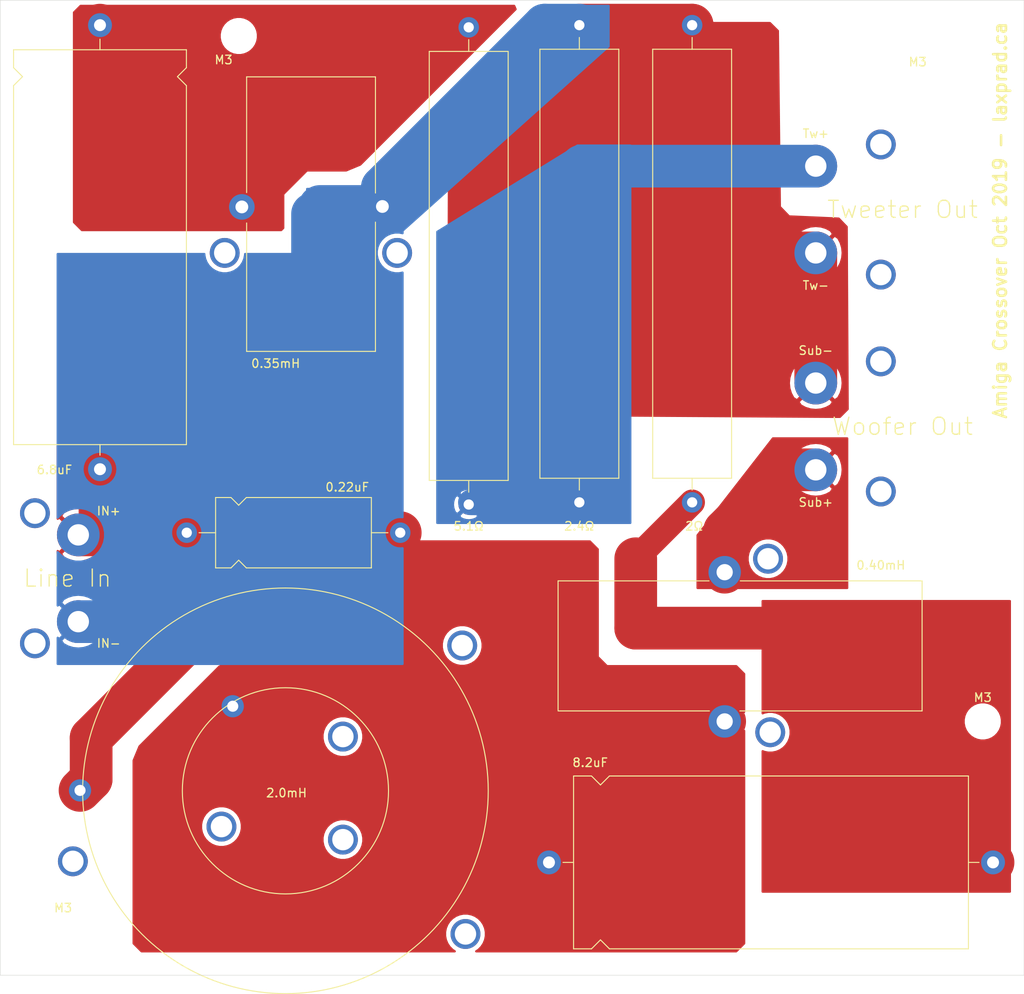
<source format=kicad_pcb>
(kicad_pcb (version 20171130) (host pcbnew "(5.1.4)-1")

  (general
    (thickness 1.6)
    (drawings 8)
    (tracks 66)
    (zones 0)
    (modules 19)
    (nets 8)
  )

  (page A4)
  (title_block
    (title "Amiga Crossover")
    (date 2019-10-17)
    (rev 0.2)
    (company laxprad.ca)
    (comment 1 "License: Mozilla Public License 2.0")
  )

  (layers
    (0 F.Cu signal)
    (31 B.Cu signal)
    (36 B.SilkS user)
    (37 F.SilkS user)
    (38 B.Mask user)
    (39 F.Mask user)
    (44 Edge.Cuts user)
    (45 Margin user)
    (46 B.CrtYd user)
    (47 F.CrtYd user)
  )

  (setup
    (last_trace_width 1)
    (user_trace_width 3)
    (user_trace_width 5)
    (trace_clearance 0.35)
    (zone_clearance 0.508)
    (zone_45_only no)
    (trace_min 0.35)
    (via_size 4.5)
    (via_drill 2.5)
    (via_min_size 0.4)
    (via_min_drill 0.3)
    (uvia_size 0.3)
    (uvia_drill 0.1)
    (uvias_allowed no)
    (uvia_min_size 0.2)
    (uvia_min_drill 0.1)
    (edge_width 0.05)
    (segment_width 0.2)
    (pcb_text_width 0.3)
    (pcb_text_size 1.5 1.5)
    (mod_edge_width 0.12)
    (mod_text_size 1 1)
    (mod_text_width 0.15)
    (pad_size 1.524 1.524)
    (pad_drill 0.762)
    (pad_to_mask_clearance 0.051)
    (solder_mask_min_width 0.25)
    (aux_axis_origin 0 0)
    (visible_elements 7FFFFFFF)
    (pcbplotparams
      (layerselection 0x010e0_ffffffff)
      (usegerberextensions false)
      (usegerberattributes false)
      (usegerberadvancedattributes false)
      (creategerberjobfile false)
      (excludeedgelayer true)
      (linewidth 0.100000)
      (plotframeref false)
      (viasonmask false)
      (mode 1)
      (useauxorigin false)
      (hpglpennumber 1)
      (hpglpenspeed 20)
      (hpglpendiameter 15.000000)
      (psnegative false)
      (psa4output false)
      (plotreference true)
      (plotvalue true)
      (plotinvisibletext false)
      (padsonsilk false)
      (subtractmaskfromsilk false)
      (outputformat 1)
      (mirror false)
      (drillshape 0)
      (scaleselection 1)
      (outputdirectory "output/"))
  )

  (net 0 "")
  (net 1 "Net-(C1-Pad1)")
  (net 2 "Net-(C2-Pad2)")
  (net 3 "Net-(C3-Pad2)")
  (net 4 "Net-(C1-Pad2)")
  (net 5 "Net-(H2-Pad1)")
  (net 6 "Net-(H3-Pad1)")
  (net 7 "Net-(H5-Pad1)")

  (net_class Default "This is the default net class."
    (clearance 0.35)
    (trace_width 1)
    (via_dia 4.5)
    (via_drill 2.5)
    (uvia_dia 0.3)
    (uvia_drill 0.1)
    (diff_pair_width 0.35)
    (diff_pair_gap 0.25)
    (add_net "Net-(C1-Pad1)")
    (add_net "Net-(C1-Pad2)")
    (add_net "Net-(C2-Pad2)")
    (add_net "Net-(C3-Pad2)")
    (add_net "Net-(H2-Pad1)")
    (add_net "Net-(H3-Pad1)")
    (add_net "Net-(H5-Pad1)")
  )

  (module Capacitor_THT:CP_Axial_L46.0mm_D20.0mm_P52.00mm_Horizontal (layer F.Cu) (tedit 5DA8FF4C) (tstamp 5DA736D1)
    (at 166.878 122.174)
    (descr "CP, Axial series, Axial, Horizontal, pin pitch=52mm, , length*diameter=46*20mm^2, Electrolytic Capacitor")
    (tags "CP Axial series Axial Horizontal pin pitch 52mm  length 46mm diameter 20mm Electrolytic Capacitor")
    (path /5DA79B1F)
    (fp_text reference C3 (at 26 -11.12) (layer F.SilkS) hide
      (effects (font (size 1 1) (thickness 0.15)))
    )
    (fp_text value 8.2uF (at 4.826 -11.684) (layer F.SilkS)
      (effects (font (size 1 1) (thickness 0.15)))
    )
    (fp_text user %R (at 26 0) (layer F.Fab)
      (effects (font (size 1 1) (thickness 0.15)))
    )
    (fp_line (start 53.65 -10.25) (end -1.65 -10.25) (layer F.CrtYd) (width 0.05))
    (fp_line (start 53.65 10.25) (end 53.65 -10.25) (layer F.CrtYd) (width 0.05))
    (fp_line (start -1.65 10.25) (end 53.65 10.25) (layer F.CrtYd) (width 0.05))
    (fp_line (start -1.65 -10.25) (end -1.65 10.25) (layer F.CrtYd) (width 0.05))
    (fp_line (start 50.36 0) (end 49.12 0) (layer F.SilkS) (width 0.12))
    (fp_line (start 1.64 0) (end 2.88 0) (layer F.SilkS) (width 0.12))
    (fp_line (start 7.08 10.12) (end 49.12 10.12) (layer F.SilkS) (width 0.12))
    (fp_line (start 6.03 9.07) (end 7.08 10.12) (layer F.SilkS) (width 0.12))
    (fp_line (start 4.98 10.12) (end 6.03 9.07) (layer F.SilkS) (width 0.12))
    (fp_line (start 2.88 10.12) (end 4.98 10.12) (layer F.SilkS) (width 0.12))
    (fp_line (start 7.08 -10.12) (end 49.12 -10.12) (layer F.SilkS) (width 0.12))
    (fp_line (start 6.03 -9.07) (end 7.08 -10.12) (layer F.SilkS) (width 0.12))
    (fp_line (start 4.98 -10.12) (end 6.03 -9.07) (layer F.SilkS) (width 0.12))
    (fp_line (start 2.88 -10.12) (end 4.98 -10.12) (layer F.SilkS) (width 0.12))
    (fp_line (start 49.12 -10.12) (end 49.12 10.12) (layer F.SilkS) (width 0.12))
    (fp_line (start 2.88 -10.12) (end 2.88 10.12) (layer F.SilkS) (width 0.12))
    (fp_line (start 52 0) (end 49 0) (layer F.Fab) (width 0.1))
    (fp_line (start 0 0) (end 3 0) (layer F.Fab) (width 0.1))
    (fp_line (start 7.08 10) (end 49 10) (layer F.Fab) (width 0.1))
    (fp_line (start 6.03 8.95) (end 7.08 10) (layer F.Fab) (width 0.1))
    (fp_line (start 4.98 10) (end 6.03 8.95) (layer F.Fab) (width 0.1))
    (fp_line (start 3 10) (end 4.98 10) (layer F.Fab) (width 0.1))
    (fp_line (start 7.08 -10) (end 49 -10) (layer F.Fab) (width 0.1))
    (fp_line (start 6.03 -8.95) (end 7.08 -10) (layer F.Fab) (width 0.1))
    (fp_line (start 4.98 -10) (end 6.03 -8.95) (layer F.Fab) (width 0.1))
    (fp_line (start 3 -10) (end 4.98 -10) (layer F.Fab) (width 0.1))
    (fp_line (start 49 -10) (end 49 10) (layer F.Fab) (width 0.1))
    (fp_line (start 3 -10) (end 3 10) (layer F.Fab) (width 0.1))
    (pad 2 thru_hole oval (at 52 0) (size 2.8 2.8) (drill 1.4) (layers *.Cu *.Mask)
      (net 3 "Net-(C3-Pad2)"))
    (pad 1 thru_hole circle (at 0 0) (size 2.8 2.8) (drill 1.4) (layers *.Cu *.Mask)
      (net 2 "Net-(C2-Pad2)"))
    (model ${KISYS3DMOD}/Capacitor_THT.3dshapes/CP_Axial_L46.0mm_D20.0mm_P52.00mm_Horizontal.wrl
      (at (xyz 0 0 0))
      (scale (xyz 1 1 1))
      (rotate (xyz 0 0 0))
    )
  )

  (module Capacitor_THT:CP_Axial_L18.0mm_D8.0mm_P25.00mm_Horizontal (layer F.Cu) (tedit 5DA8FF3F) (tstamp 5DA736AA)
    (at 124.46 83.566)
    (descr "CP, Axial series, Axial, Horizontal, pin pitch=25mm, , length*diameter=18*8mm^2, Electrolytic Capacitor, , http://www.vishay.com/docs/28325/021asm.pdf")
    (tags "CP Axial series Axial Horizontal pin pitch 25mm  length 18mm diameter 8mm Electrolytic Capacitor")
    (path /5DA7A5D9)
    (fp_text reference C2 (at 12.5 -5.12) (layer F.SilkS) hide
      (effects (font (size 1 1) (thickness 0.15)))
    )
    (fp_text value 0.22uF (at 18.796 -5.334) (layer F.SilkS)
      (effects (font (size 1 1) (thickness 0.15)))
    )
    (fp_text user %R (at 12.5 0) (layer F.Fab)
      (effects (font (size 1 1) (thickness 0.15)))
    )
    (fp_line (start 26.45 -4.25) (end -1.45 -4.25) (layer F.CrtYd) (width 0.05))
    (fp_line (start 26.45 4.25) (end 26.45 -4.25) (layer F.CrtYd) (width 0.05))
    (fp_line (start -1.45 4.25) (end 26.45 4.25) (layer F.CrtYd) (width 0.05))
    (fp_line (start -1.45 -4.25) (end -1.45 4.25) (layer F.CrtYd) (width 0.05))
    (fp_line (start 23.56 0) (end 21.62 0) (layer F.SilkS) (width 0.12))
    (fp_line (start 1.44 0) (end 3.38 0) (layer F.SilkS) (width 0.12))
    (fp_line (start 6.98 4.12) (end 21.62 4.12) (layer F.SilkS) (width 0.12))
    (fp_line (start 6.08 3.22) (end 6.98 4.12) (layer F.SilkS) (width 0.12))
    (fp_line (start 5.18 4.12) (end 6.08 3.22) (layer F.SilkS) (width 0.12))
    (fp_line (start 3.38 4.12) (end 5.18 4.12) (layer F.SilkS) (width 0.12))
    (fp_line (start 6.98 -4.12) (end 21.62 -4.12) (layer F.SilkS) (width 0.12))
    (fp_line (start 6.08 -3.22) (end 6.98 -4.12) (layer F.SilkS) (width 0.12))
    (fp_line (start 5.18 -4.12) (end 6.08 -3.22) (layer F.SilkS) (width 0.12))
    (fp_line (start 3.38 -4.12) (end 5.18 -4.12) (layer F.SilkS) (width 0.12))
    (fp_line (start 21.62 -4.12) (end 21.62 4.12) (layer F.SilkS) (width 0.12))
    (fp_line (start 3.38 -4.12) (end 3.38 4.12) (layer F.SilkS) (width 0.12))
    (fp_line (start 25 0) (end 21.5 0) (layer F.Fab) (width 0.1))
    (fp_line (start 0 0) (end 3.5 0) (layer F.Fab) (width 0.1))
    (fp_line (start 6.98 4) (end 21.5 4) (layer F.Fab) (width 0.1))
    (fp_line (start 6.08 3.1) (end 6.98 4) (layer F.Fab) (width 0.1))
    (fp_line (start 5.18 4) (end 6.08 3.1) (layer F.Fab) (width 0.1))
    (fp_line (start 3.5 4) (end 5.18 4) (layer F.Fab) (width 0.1))
    (fp_line (start 6.98 -4) (end 21.5 -4) (layer F.Fab) (width 0.1))
    (fp_line (start 6.08 -3.1) (end 6.98 -4) (layer F.Fab) (width 0.1))
    (fp_line (start 5.18 -4) (end 6.08 -3.1) (layer F.Fab) (width 0.1))
    (fp_line (start 3.5 -4) (end 5.18 -4) (layer F.Fab) (width 0.1))
    (fp_line (start 21.5 -4) (end 21.5 4) (layer F.Fab) (width 0.1))
    (fp_line (start 3.5 -4) (end 3.5 4) (layer F.Fab) (width 0.1))
    (pad 2 thru_hole oval (at 25 0) (size 2.4 2.4) (drill 1.2) (layers *.Cu *.Mask)
      (net 2 "Net-(C2-Pad2)"))
    (pad 1 thru_hole circle (at 0 0) (size 2.4 2.4) (drill 1.2) (layers *.Cu *.Mask)
      (net 4 "Net-(C1-Pad2)"))
    (model ${KISYS3DMOD}/Capacitor_THT.3dshapes/CP_Axial_L18.0mm_D8.0mm_P25.00mm_Horizontal.wrl
      (at (xyz 0 0 0))
      (scale (xyz 1 1 1))
      (rotate (xyz 0 0 0))
    )
  )

  (module Capacitor_THT:CP_Axial_L46.0mm_D20.0mm_P52.00mm_Horizontal (layer F.Cu) (tedit 5DA8FF27) (tstamp 5DA73683)
    (at 114.3 24.13 270)
    (descr "CP, Axial series, Axial, Horizontal, pin pitch=52mm, , length*diameter=46*20mm^2, Electrolytic Capacitor")
    (tags "CP Axial series Axial Horizontal pin pitch 52mm  length 46mm diameter 20mm Electrolytic Capacitor")
    (path /5DA725FA)
    (fp_text reference C1 (at 26 -11.12 90) (layer F.SilkS) hide
      (effects (font (size 1 1) (thickness 0.15)))
    )
    (fp_text value 6.8uF (at 52.07 5.334 unlocked) (layer F.SilkS)
      (effects (font (size 1 1) (thickness 0.15)))
    )
    (fp_text user %R (at 26 0 90) (layer F.Fab)
      (effects (font (size 1 1) (thickness 0.15)))
    )
    (fp_line (start 53.65 -10.25) (end -1.65 -10.25) (layer F.CrtYd) (width 0.05))
    (fp_line (start 53.65 10.25) (end 53.65 -10.25) (layer F.CrtYd) (width 0.05))
    (fp_line (start -1.65 10.25) (end 53.65 10.25) (layer F.CrtYd) (width 0.05))
    (fp_line (start -1.65 -10.25) (end -1.65 10.25) (layer F.CrtYd) (width 0.05))
    (fp_line (start 50.36 0) (end 49.12 0) (layer F.SilkS) (width 0.12))
    (fp_line (start 1.64 0) (end 2.88 0) (layer F.SilkS) (width 0.12))
    (fp_line (start 7.08 10.12) (end 49.12 10.12) (layer F.SilkS) (width 0.12))
    (fp_line (start 6.03 9.07) (end 7.08 10.12) (layer F.SilkS) (width 0.12))
    (fp_line (start 4.98 10.12) (end 6.03 9.07) (layer F.SilkS) (width 0.12))
    (fp_line (start 2.88 10.12) (end 4.98 10.12) (layer F.SilkS) (width 0.12))
    (fp_line (start 7.08 -10.12) (end 49.12 -10.12) (layer F.SilkS) (width 0.12))
    (fp_line (start 6.03 -9.07) (end 7.08 -10.12) (layer F.SilkS) (width 0.12))
    (fp_line (start 4.98 -10.12) (end 6.03 -9.07) (layer F.SilkS) (width 0.12))
    (fp_line (start 2.88 -10.12) (end 4.98 -10.12) (layer F.SilkS) (width 0.12))
    (fp_line (start 49.12 -10.12) (end 49.12 10.12) (layer F.SilkS) (width 0.12))
    (fp_line (start 2.88 -10.12) (end 2.88 10.12) (layer F.SilkS) (width 0.12))
    (fp_line (start 52 0) (end 49 0) (layer F.Fab) (width 0.1))
    (fp_line (start 0 0) (end 3 0) (layer F.Fab) (width 0.1))
    (fp_line (start 7.08 10) (end 49 10) (layer F.Fab) (width 0.1))
    (fp_line (start 6.03 8.95) (end 7.08 10) (layer F.Fab) (width 0.1))
    (fp_line (start 4.98 10) (end 6.03 8.95) (layer F.Fab) (width 0.1))
    (fp_line (start 3 10) (end 4.98 10) (layer F.Fab) (width 0.1))
    (fp_line (start 7.08 -10) (end 49 -10) (layer F.Fab) (width 0.1))
    (fp_line (start 6.03 -8.95) (end 7.08 -10) (layer F.Fab) (width 0.1))
    (fp_line (start 4.98 -10) (end 6.03 -8.95) (layer F.Fab) (width 0.1))
    (fp_line (start 3 -10) (end 4.98 -10) (layer F.Fab) (width 0.1))
    (fp_line (start 49 -10) (end 49 10) (layer F.Fab) (width 0.1))
    (fp_line (start 3 -10) (end 3 10) (layer F.Fab) (width 0.1))
    (pad 2 thru_hole oval (at 52 0 270) (size 2.8 2.8) (drill 1.4) (layers *.Cu *.Mask)
      (net 4 "Net-(C1-Pad2)"))
    (pad 1 thru_hole circle (at 0 0 270) (size 2.8 2.8) (drill 1.4) (layers *.Cu *.Mask)
      (net 1 "Net-(C1-Pad1)"))
    (model ${KISYS3DMOD}/Capacitor_THT.3dshapes/CP_Axial_L46.0mm_D20.0mm_P52.00mm_Horizontal.wrl
      (at (xyz 0 0 0))
      (scale (xyz 1 1 1))
      (rotate (xyz 0 0 0))
    )
  )

  (module MountingHole:MountingHole_3.2mm_M3 (layer F.Cu) (tedit 56D1B4CB) (tstamp 5DA852C1)
    (at 130.556 25.4)
    (descr "Mounting Hole 3.2mm, no annular, M3")
    (tags "mounting hole 3.2mm no annular m3")
    (attr virtual)
    (fp_text reference M3 (at -1.778 2.794) (layer F.SilkS)
      (effects (font (size 1 1) (thickness 0.15)))
    )
    (fp_text value MountingHole_3.2mm_M3 (at 0 4.2) (layer F.Fab)
      (effects (font (size 1 1) (thickness 0.15)))
    )
    (fp_circle (center 0 0) (end 3.45 0) (layer F.CrtYd) (width 0.05))
    (fp_circle (center 0 0) (end 3.2 0) (layer Cmts.User) (width 0.15))
    (fp_text user %R (at 0.3 0) (layer F.Fab)
      (effects (font (size 1 1) (thickness 0.15)))
    )
    (pad 1 np_thru_hole circle (at 0 0) (size 3.2 3.2) (drill 3.2) (layers *.Cu *.Mask))
  )

  (module MountingHole:MountingHole_3.2mm_M3 (layer F.Cu) (tedit 56D1B4CB) (tstamp 5DA85234)
    (at 109.982 130.556)
    (descr "Mounting Hole 3.2mm, no annular, M3")
    (tags "mounting hole 3.2mm no annular m3")
    (attr virtual)
    (fp_text reference M3 (at 0 -3.048) (layer F.SilkS)
      (effects (font (size 1 1) (thickness 0.15)))
    )
    (fp_text value MountingHole_3.2mm_M3 (at 0 4.2) (layer F.Fab)
      (effects (font (size 1 1) (thickness 0.15)))
    )
    (fp_circle (center 0 0) (end 3.45 0) (layer F.CrtYd) (width 0.05))
    (fp_circle (center 0 0) (end 3.2 0) (layer Cmts.User) (width 0.15))
    (fp_text user %R (at 0.3 0) (layer F.Fab)
      (effects (font (size 1 1) (thickness 0.15)))
    )
    (pad 1 np_thru_hole circle (at 0 0) (size 3.2 3.2) (drill 3.2) (layers *.Cu *.Mask))
  )

  (module MountingHole:MountingHole_3.2mm_M3 (layer F.Cu) (tedit 56D1B4CB) (tstamp 5DA85226)
    (at 213.36 28.194)
    (descr "Mounting Hole 3.2mm, no annular, M3")
    (tags "mounting hole 3.2mm no annular m3")
    (attr virtual)
    (fp_text reference M3 (at -3.302 0.254) (layer F.SilkS)
      (effects (font (size 1 1) (thickness 0.15)))
    )
    (fp_text value MountingHole_3.2mm_M3 (at 0 4.2) (layer F.Fab)
      (effects (font (size 1 1) (thickness 0.15)))
    )
    (fp_text user %R (at 0.3 0) (layer F.Fab)
      (effects (font (size 1 1) (thickness 0.15)))
    )
    (fp_circle (center 0 0) (end 3.2 0) (layer Cmts.User) (width 0.15))
    (fp_circle (center 0 0) (end 3.45 0) (layer F.CrtYd) (width 0.05))
    (pad 1 np_thru_hole circle (at 0 0) (size 3.2 3.2) (drill 3.2) (layers *.Cu *.Mask))
  )

  (module MountingHole:MountingHole_3.2mm_M3 (layer F.Cu) (tedit 56D1B4CB) (tstamp 5DA85204)
    (at 217.678 105.664)
    (descr "Mounting Hole 3.2mm, no annular, M3")
    (tags "mounting hole 3.2mm no annular m3")
    (attr virtual)
    (fp_text reference M3 (at 0 -2.794) (layer F.SilkS)
      (effects (font (size 1 1) (thickness 0.15)))
    )
    (fp_text value MountingHole_3.2mm_M3 (at 0 4.2) (layer F.Fab)
      (effects (font (size 1 1) (thickness 0.15)))
    )
    (fp_circle (center 0 0) (end 3.45 0) (layer F.CrtYd) (width 0.05))
    (fp_circle (center 0 0) (end 3.2 0) (layer Cmts.User) (width 0.15))
    (fp_text user %R (at 0.3 0) (layer F.Fab)
      (effects (font (size 1 1) (thickness 0.15)))
    )
    (pad 1 np_thru_hole circle (at 0 0) (size 3.2 3.2) (drill 3.2) (layers *.Cu *.Mask))
  )

  (module Inductor_THT:L_Radial_D40.6mm_P26.16mm_Vishay_IHB-5 (layer F.Cu) (tedit 5DA7C81B) (tstamp 5DA736FF)
    (at 122.936 113.792)
    (descr "Inductor, Radial series, Radial, pin pitch=26.16mm, , diameter=40.64mm, Vishay, IHB-5, http://www.vishay.com/docs/34015/ihb.pdf")
    (tags "Inductor Radial series Radial pin pitch 26.16mm  diameter 40.64mm Vishay IHB-5")
    (path /5DA785BA)
    (fp_text reference L2 (at 12.446 6.35) (layer F.SilkS) hide
      (effects (font (size 1 1) (thickness 0.15)))
    )
    (fp_text value 2.0mH (at 13.208 0.254) (layer F.SilkS)
      (effects (font (size 1 1) (thickness 0.15)))
    )
    (fp_text user %R (at 13.08 0) (layer F.Fab)
      (effects (font (size 1 1) (thickness 0.15)))
    )
    (fp_circle (center 13.08 0) (end 24.9428 2.2352) (layer F.SilkS) (width 0.12))
    (fp_circle (center 13.08 0) (end 36.83 0) (layer F.SilkS) (width 0.12))
    (fp_circle (center 13.08 0) (end 15.305 0) (layer F.Fab) (width 0.1))
    (fp_circle (center 13.08 0) (end 25.146 0.1524) (layer F.Fab) (width 0.1))
    (pad 2 thru_hole circle (at 6.9088 -9.906) (size 2.6 2.6) (drill 1.3) (layers *.Cu *.Mask)
      (net 2 "Net-(C2-Pad2)"))
    (pad 1 thru_hole circle (at -10.9728 -0.0508) (size 2.6 2.6) (drill 1.3) (layers *.Cu *.Mask)
      (net 4 "Net-(C1-Pad2)"))
    (model ${KISYS3DMOD}/Inductor_THT.3dshapes/L_Radial_D40.6mm_P26.16mm_Vishay_IHB-5.wrl
      (at (xyz 0 0 0))
      (scale (xyz 1 1 1))
      (rotate (xyz 0 0 0))
    )
  )

  (module Inductor_THT:L_Toroid_Vertical_L35.1mm_W21.1mm_P18.50mm_Vishay_TJ6 (layer F.Cu) (tedit 5DA7CDA9) (tstamp 5DA736F0)
    (at 138.938 46.228 90)
    (descr "L_Toroid, Vertical series, Radial, pin pitch=18.50mm, , length*width=35.1*21.1mm^2, Vishay, TJ6, http://www.vishay.com/docs/34079/tj.pdf")
    (tags "L_Toroid Vertical series Radial pin pitch 18.50mm  length 35.1mm width 21.1mm Vishay TJ6")
    (path /5DA71B03)
    (fp_text reference L1 (at -1.6256 -8.7952 90) (layer F.SilkS) hide
      (effects (font (size 1 1) (thickness 0.15)))
    )
    (fp_text value 0.35mH (at -17.526 -4.064) (layer F.SilkS)
      (effects (font (size 1 1) (thickness 0.15)))
    )
    (fp_text user %R (at 7.6244 -6.0452 90) (layer F.Fab)
      (effects (font (size 1 1) (thickness 0.15)))
    )
    (fp_line (start 2.4892 -7.4652) (end 16.0444 -7.4652) (layer F.SilkS) (width 0.12))
    (fp_line (start -16.1036 -7.4652) (end -1.0668 -7.4652) (layer F.SilkS) (width 0.12))
    (fp_line (start 16.0444 -7.4652) (end 16.0444 7.62) (layer F.SilkS) (width 0.12))
    (fp_line (start -16.1036 7.62) (end -16.1036 -7.4652) (layer F.SilkS) (width 0.12))
    (fp_line (start 16.0444 7.62) (end 2.4384 7.62) (layer F.SilkS) (width 0.12))
    (fp_line (start -16.1036 7.62) (end -0.9652 7.62) (layer F.SilkS) (width 0.12))
    (pad 2 thru_hole circle (at 0.8636 8.4328 90) (size 3 3) (drill 1.5) (layers *.Cu *.Mask)
      (net 5 "Net-(H2-Pad1)"))
    (pad 1 thru_hole circle (at 0.8128 -8.0264 90) (size 3 3) (drill 1.5) (layers *.Cu *.Mask)
      (net 1 "Net-(C1-Pad1)"))
    (model ${KISYS3DMOD}/Inductor_THT.3dshapes/L_Toroid_Vertical_L35.1mm_W21.1mm_P18.50mm_Vishay_TJ6.wrl
      (at (xyz 0 0 0))
      (scale (xyz 1 1 1))
      (rotate (xyz 0 0 0))
    )
  )

  (module Inductor_THT:L_Toroid_Vertical_L46.0mm_W19.1mm_P21.80mm_Bourns_5700 (layer F.Cu) (tedit 5DA7CBEB) (tstamp 5DA7371E)
    (at 187.452 105.664 180)
    (descr "L_Toroid, Vertical series, Radial, pin pitch=21.80mm, , length*width=46*19.1mm^2, Bourns, 5700, http://www.bourns.com/docs/Product-Datasheets/5700_series.pdf")
    (tags "L_Toroid Vertical series Radial pin pitch 21.80mm  length 46mm width 19.1mm Bourns 5700")
    (path /5DA773D2)
    (fp_text reference L3 (at 21.59 9.398) (layer F.CrtYd) hide
      (effects (font (size 1 1) (thickness 0.15)))
    )
    (fp_text value 0.40mH (at -18.288 18.288) (layer F.SilkS)
      (effects (font (size 1 1) (thickness 0.15)))
    )
    (fp_text user %R (at 10.9 0) (layer F.Fab)
      (effects (font (size 1 1) (thickness 0.15)))
    )
    (fp_line (start 19.5072 1.3208) (end 19.5072 16.4592) (layer F.SilkS) (width 0.12))
    (fp_line (start -23.12 1.23) (end -23.12 16.4592) (layer F.SilkS) (width 0.12))
    (fp_line (start 1.785 1.23) (end 19.5072 1.23) (layer F.SilkS) (width 0.12))
    (fp_line (start -23.12 1.23) (end -1.785 1.23) (layer F.SilkS) (width 0.12))
    (fp_line (start 19.5072 16.4592) (end 1.8288 16.4592) (layer F.SilkS) (width 0.12))
    (fp_line (start -23.114 16.4592) (end -1.8288 16.4592) (layer F.SilkS) (width 0.12))
    (pad 2 thru_hole circle (at 0 17.4752 180) (size 3.8 3.8) (drill 1.9) (layers *.Cu *.Mask)
      (net 7 "Net-(H5-Pad1)"))
    (pad 1 thru_hole circle (at 0 0 180) (size 3.8 3.8) (drill 1.9) (layers *.Cu *.Mask)
      (net 2 "Net-(C2-Pad2)"))
    (model ${KISYS3DMOD}/Inductor_THT.3dshapes/L_Toroid_Vertical_L46.0mm_W19.1mm_P21.80mm_Bourns_5700.wrl
      (at (xyz 0 0 0))
      (scale (xyz 1 1 1))
      (rotate (xyz 0 0 0))
    )
  )

  (module MountingHole:MountingHole_2.5mm_Pad (layer F.Cu) (tedit 56D1B4CB) (tstamp 5DA7DD0C)
    (at 198.12 66.04)
    (descr "Mounting Hole 2.5mm")
    (tags "mounting hole 2.5mm")
    (path /5DA8062E)
    (attr virtual)
    (fp_text reference H6 (at 0 -3.5) (layer F.SilkS) hide
      (effects (font (size 1 1) (thickness 0.15)))
    )
    (fp_text value Sub- (at 0 -3.81) (layer F.SilkS)
      (effects (font (size 1 1) (thickness 0.15)))
    )
    (fp_circle (center 0 0) (end 2.75 0) (layer F.CrtYd) (width 0.05))
    (fp_circle (center 0 0) (end 2.5 0) (layer Cmts.User) (width 0.15))
    (fp_text user %R (at 0.3 0) (layer F.Fab)
      (effects (font (size 1 1) (thickness 0.15)))
    )
    (pad 1 thru_hole circle (at 0 0) (size 5 5) (drill 2.5) (layers *.Cu *.Mask)
      (net 5 "Net-(H2-Pad1)"))
  )

  (module MountingHole:MountingHole_2.5mm_Pad (layer F.Cu) (tedit 56D1B4CB) (tstamp 5DA7DD04)
    (at 198.12 76.2)
    (descr "Mounting Hole 2.5mm")
    (tags "mounting hole 2.5mm")
    (path /5DA7FC3A)
    (attr virtual)
    (fp_text reference H5 (at 0 -3.5) (layer F.SilkS) hide
      (effects (font (size 1 1) (thickness 0.15)))
    )
    (fp_text value Sub+ (at 0 3.81) (layer F.SilkS)
      (effects (font (size 1 1) (thickness 0.15)))
    )
    (fp_circle (center 0 0) (end 2.75 0) (layer F.CrtYd) (width 0.05))
    (fp_circle (center 0 0) (end 2.5 0) (layer Cmts.User) (width 0.15))
    (fp_text user %R (at 0.3 0) (layer F.Fab)
      (effects (font (size 1 1) (thickness 0.15)))
    )
    (pad 1 thru_hole circle (at 0 0) (size 5 5) (drill 2.5) (layers *.Cu *.Mask)
      (net 7 "Net-(H5-Pad1)"))
  )

  (module MountingHole:MountingHole_2.5mm_Pad (layer F.Cu) (tedit 56D1B4CB) (tstamp 5DA7DCFC)
    (at 198.12 50.8)
    (descr "Mounting Hole 2.5mm")
    (tags "mounting hole 2.5mm")
    (path /5DA7F4C8)
    (attr virtual)
    (fp_text reference H4 (at 0 -3.5) (layer F.SilkS) hide
      (effects (font (size 1 1) (thickness 0.15)))
    )
    (fp_text value Tw- (at 0 3.81) (layer F.SilkS)
      (effects (font (size 1 1) (thickness 0.15)))
    )
    (fp_circle (center 0 0) (end 2.75 0) (layer F.CrtYd) (width 0.05))
    (fp_circle (center 0 0) (end 2.5 0) (layer Cmts.User) (width 0.15))
    (fp_text user %R (at 0.3 0) (layer F.Fab)
      (effects (font (size 1 1) (thickness 0.15)))
    )
    (pad 1 thru_hole circle (at 0 0) (size 5 5) (drill 2.5) (layers *.Cu *.Mask)
      (net 5 "Net-(H2-Pad1)"))
  )

  (module MountingHole:MountingHole_2.5mm_Pad (layer F.Cu) (tedit 56D1B4CB) (tstamp 5DA7DCF4)
    (at 198.12 40.64)
    (descr "Mounting Hole 2.5mm")
    (tags "mounting hole 2.5mm")
    (path /5DA7EE67)
    (attr virtual)
    (fp_text reference H3 (at 0 -3.5) (layer F.SilkS) hide
      (effects (font (size 1 1) (thickness 0.15)))
    )
    (fp_text value Tw+ (at 0 -3.81) (layer F.SilkS)
      (effects (font (size 1 1) (thickness 0.15)))
    )
    (fp_circle (center 0 0) (end 2.75 0) (layer F.CrtYd) (width 0.05))
    (fp_circle (center 0 0) (end 2.5 0) (layer Cmts.User) (width 0.15))
    (fp_text user %R (at 0.3 0) (layer F.Fab)
      (effects (font (size 1 1) (thickness 0.15)))
    )
    (pad 1 thru_hole circle (at 0 0) (size 5 5) (drill 2.5) (layers *.Cu *.Mask)
      (net 6 "Net-(H3-Pad1)"))
  )

  (module MountingHole:MountingHole_2.5mm_Pad (layer F.Cu) (tedit 56D1B4CB) (tstamp 5DA7DCEC)
    (at 111.76 93.98)
    (descr "Mounting Hole 2.5mm")
    (tags "mounting hole 2.5mm")
    (path /5DA7E2A7)
    (attr virtual)
    (fp_text reference H2 (at 0 -3.5) (layer F.SilkS) hide
      (effects (font (size 1 1) (thickness 0.15)))
    )
    (fp_text value IN- (at 3.556 2.54) (layer F.SilkS)
      (effects (font (size 1 1) (thickness 0.15)))
    )
    (fp_circle (center 0 0) (end 2.75 0) (layer F.CrtYd) (width 0.05))
    (fp_circle (center 0 0) (end 2.5 0) (layer Cmts.User) (width 0.15))
    (fp_text user %R (at 0.3 0) (layer F.Fab)
      (effects (font (size 1 1) (thickness 0.15)))
    )
    (pad 1 thru_hole circle (at 0 0) (size 5 5) (drill 2.5) (layers *.Cu *.Mask)
      (net 5 "Net-(H2-Pad1)"))
  )

  (module MountingHole:MountingHole_2.5mm_Pad (layer F.Cu) (tedit 56D1B4CB) (tstamp 5DA7DCE4)
    (at 111.76 83.82)
    (descr "Mounting Hole 2.5mm")
    (tags "mounting hole 2.5mm")
    (path /5DA7CBFC)
    (attr virtual)
    (fp_text reference H1 (at 0 -3.5) (layer F.SilkS) hide
      (effects (font (size 1 1) (thickness 0.15)))
    )
    (fp_text value IN+ (at 3.556 -2.794) (layer F.SilkS)
      (effects (font (size 1 1) (thickness 0.15)))
    )
    (fp_circle (center 0 0) (end 2.75 0) (layer F.CrtYd) (width 0.05))
    (fp_circle (center 0 0) (end 2.5 0) (layer Cmts.User) (width 0.15))
    (fp_text user %R (at 0.3 0) (layer F.Fab)
      (effects (font (size 1 1) (thickness 0.15)))
    )
    (pad 1 thru_hole circle (at 0 0) (size 5 5) (drill 2.5) (layers *.Cu *.Mask)
      (net 4 "Net-(C1-Pad2)"))
  )

  (module Resistor_THT:R_Axial_Power_L50.0mm_W9.0mm_P55.88mm (layer F.Cu) (tedit 5AE5139B) (tstamp 5DA73763)
    (at 170.434 80.01 90)
    (descr "Resistor, Axial_Power series, Box, pin pitch=55.88mm, 11W, length*width*height=50*9*9mm^3, http://cdn-reichelt.de/documents/datenblatt/B400/5WAXIAL_9WAXIAL_11WAXIAL_17WAXIAL%23YAG.pdf")
    (tags "Resistor Axial_Power series Box pin pitch 55.88mm 11W length 50mm width 9mm height 9mm")
    (path /5DA6FC72)
    (fp_text reference R3 (at 27.94 -5.62 90) (layer F.SilkS) hide
      (effects (font (size 1 1) (thickness 0.15)))
    )
    (fp_text value 2.4Ω (at -2.794 0) (layer F.SilkS)
      (effects (font (size 1 1) (thickness 0.15)))
    )
    (fp_text user %R (at 27.94 0 90) (layer F.Fab)
      (effects (font (size 1 1) (thickness 0.15)))
    )
    (fp_line (start 57.33 -4.75) (end -1.45 -4.75) (layer F.CrtYd) (width 0.05))
    (fp_line (start 57.33 4.75) (end 57.33 -4.75) (layer F.CrtYd) (width 0.05))
    (fp_line (start -1.45 4.75) (end 57.33 4.75) (layer F.CrtYd) (width 0.05))
    (fp_line (start -1.45 -4.75) (end -1.45 4.75) (layer F.CrtYd) (width 0.05))
    (fp_line (start 54.44 0) (end 53.06 0) (layer F.SilkS) (width 0.12))
    (fp_line (start 1.44 0) (end 2.82 0) (layer F.SilkS) (width 0.12))
    (fp_line (start 53.06 -4.62) (end 2.82 -4.62) (layer F.SilkS) (width 0.12))
    (fp_line (start 53.06 4.62) (end 53.06 -4.62) (layer F.SilkS) (width 0.12))
    (fp_line (start 2.82 4.62) (end 53.06 4.62) (layer F.SilkS) (width 0.12))
    (fp_line (start 2.82 -4.62) (end 2.82 4.62) (layer F.SilkS) (width 0.12))
    (fp_line (start 55.88 0) (end 52.94 0) (layer F.Fab) (width 0.1))
    (fp_line (start 0 0) (end 2.94 0) (layer F.Fab) (width 0.1))
    (fp_line (start 52.94 -4.5) (end 2.94 -4.5) (layer F.Fab) (width 0.1))
    (fp_line (start 52.94 4.5) (end 52.94 -4.5) (layer F.Fab) (width 0.1))
    (fp_line (start 2.94 4.5) (end 52.94 4.5) (layer F.Fab) (width 0.1))
    (fp_line (start 2.94 -4.5) (end 2.94 4.5) (layer F.Fab) (width 0.1))
    (pad 2 thru_hole oval (at 55.88 0 90) (size 2.4 2.4) (drill 1.2) (layers *.Cu *.Mask)
      (net 5 "Net-(H2-Pad1)"))
    (pad 1 thru_hole circle (at 0 0 90) (size 2.4 2.4) (drill 1.2) (layers *.Cu *.Mask)
      (net 6 "Net-(H3-Pad1)"))
    (model ${KISYS3DMOD}/Resistor_THT.3dshapes/R_Axial_Power_L50.0mm_W9.0mm_P55.88mm.wrl
      (at (xyz 0 0 0))
      (scale (xyz 1 1 1))
      (rotate (xyz 0 0 0))
    )
  )

  (module Resistor_THT:R_Axial_Power_L50.0mm_W9.0mm_P55.88mm (layer F.Cu) (tedit 5AE5139B) (tstamp 5DA7374C)
    (at 183.642 80.01 90)
    (descr "Resistor, Axial_Power series, Box, pin pitch=55.88mm, 11W, length*width*height=50*9*9mm^3, http://cdn-reichelt.de/documents/datenblatt/B400/5WAXIAL_9WAXIAL_11WAXIAL_17WAXIAL%23YAG.pdf")
    (tags "Resistor Axial_Power series Box pin pitch 55.88mm 11W length 50mm width 9mm height 9mm")
    (path /5DA7ADDF)
    (fp_text reference R2 (at 27.94 -5.62 90) (layer F.SilkS) hide
      (effects (font (size 1 1) (thickness 0.15)))
    )
    (fp_text value 2Ω (at -2.794 0.254) (layer F.SilkS)
      (effects (font (size 1 1) (thickness 0.15)))
    )
    (fp_text user %R (at 27.94 0 90) (layer F.Fab)
      (effects (font (size 1 1) (thickness 0.15)))
    )
    (fp_line (start 57.33 -4.75) (end -1.45 -4.75) (layer F.CrtYd) (width 0.05))
    (fp_line (start 57.33 4.75) (end 57.33 -4.75) (layer F.CrtYd) (width 0.05))
    (fp_line (start -1.45 4.75) (end 57.33 4.75) (layer F.CrtYd) (width 0.05))
    (fp_line (start -1.45 -4.75) (end -1.45 4.75) (layer F.CrtYd) (width 0.05))
    (fp_line (start 54.44 0) (end 53.06 0) (layer F.SilkS) (width 0.12))
    (fp_line (start 1.44 0) (end 2.82 0) (layer F.SilkS) (width 0.12))
    (fp_line (start 53.06 -4.62) (end 2.82 -4.62) (layer F.SilkS) (width 0.12))
    (fp_line (start 53.06 4.62) (end 53.06 -4.62) (layer F.SilkS) (width 0.12))
    (fp_line (start 2.82 4.62) (end 53.06 4.62) (layer F.SilkS) (width 0.12))
    (fp_line (start 2.82 -4.62) (end 2.82 4.62) (layer F.SilkS) (width 0.12))
    (fp_line (start 55.88 0) (end 52.94 0) (layer F.Fab) (width 0.1))
    (fp_line (start 0 0) (end 2.94 0) (layer F.Fab) (width 0.1))
    (fp_line (start 52.94 -4.5) (end 2.94 -4.5) (layer F.Fab) (width 0.1))
    (fp_line (start 52.94 4.5) (end 52.94 -4.5) (layer F.Fab) (width 0.1))
    (fp_line (start 2.94 4.5) (end 52.94 4.5) (layer F.Fab) (width 0.1))
    (fp_line (start 2.94 -4.5) (end 2.94 4.5) (layer F.Fab) (width 0.1))
    (pad 2 thru_hole oval (at 55.88 0 90) (size 2.4 2.4) (drill 1.2) (layers *.Cu *.Mask)
      (net 5 "Net-(H2-Pad1)"))
    (pad 1 thru_hole circle (at 0 0 90) (size 2.4 2.4) (drill 1.2) (layers *.Cu *.Mask)
      (net 3 "Net-(C3-Pad2)"))
    (model ${KISYS3DMOD}/Resistor_THT.3dshapes/R_Axial_Power_L50.0mm_W9.0mm_P55.88mm.wrl
      (at (xyz 0 0 0))
      (scale (xyz 1 1 1))
      (rotate (xyz 0 0 0))
    )
  )

  (module Resistor_THT:R_Axial_Power_L50.0mm_W9.0mm_P55.88mm (layer F.Cu) (tedit 5AE5139B) (tstamp 5DA73735)
    (at 157.48 80.264 90)
    (descr "Resistor, Axial_Power series, Box, pin pitch=55.88mm, 11W, length*width*height=50*9*9mm^3, http://cdn-reichelt.de/documents/datenblatt/B400/5WAXIAL_9WAXIAL_11WAXIAL_17WAXIAL%23YAG.pdf")
    (tags "Resistor Axial_Power series Box pin pitch 55.88mm 11W length 50mm width 9mm height 9mm")
    (path /5DA70AE4)
    (fp_text reference R1 (at 27.94 -5.62 90) (layer F.SilkS) hide
      (effects (font (size 1 1) (thickness 0.15)))
    )
    (fp_text value 5.1Ω (at -2.54 0) (layer F.SilkS)
      (effects (font (size 1 1) (thickness 0.15)))
    )
    (fp_text user %R (at 27.94 0 90) (layer F.Fab)
      (effects (font (size 1 1) (thickness 0.15)))
    )
    (fp_line (start 57.33 -4.75) (end -1.45 -4.75) (layer F.CrtYd) (width 0.05))
    (fp_line (start 57.33 4.75) (end 57.33 -4.75) (layer F.CrtYd) (width 0.05))
    (fp_line (start -1.45 4.75) (end 57.33 4.75) (layer F.CrtYd) (width 0.05))
    (fp_line (start -1.45 -4.75) (end -1.45 4.75) (layer F.CrtYd) (width 0.05))
    (fp_line (start 54.44 0) (end 53.06 0) (layer F.SilkS) (width 0.12))
    (fp_line (start 1.44 0) (end 2.82 0) (layer F.SilkS) (width 0.12))
    (fp_line (start 53.06 -4.62) (end 2.82 -4.62) (layer F.SilkS) (width 0.12))
    (fp_line (start 53.06 4.62) (end 53.06 -4.62) (layer F.SilkS) (width 0.12))
    (fp_line (start 2.82 4.62) (end 53.06 4.62) (layer F.SilkS) (width 0.12))
    (fp_line (start 2.82 -4.62) (end 2.82 4.62) (layer F.SilkS) (width 0.12))
    (fp_line (start 55.88 0) (end 52.94 0) (layer F.Fab) (width 0.1))
    (fp_line (start 0 0) (end 2.94 0) (layer F.Fab) (width 0.1))
    (fp_line (start 52.94 -4.5) (end 2.94 -4.5) (layer F.Fab) (width 0.1))
    (fp_line (start 52.94 4.5) (end 52.94 -4.5) (layer F.Fab) (width 0.1))
    (fp_line (start 2.94 4.5) (end 52.94 4.5) (layer F.Fab) (width 0.1))
    (fp_line (start 2.94 -4.5) (end 2.94 4.5) (layer F.Fab) (width 0.1))
    (pad 2 thru_hole oval (at 55.88 0 90) (size 2.4 2.4) (drill 1.2) (layers *.Cu *.Mask)
      (net 1 "Net-(C1-Pad1)"))
    (pad 1 thru_hole circle (at 0 0 90) (size 2.4 2.4) (drill 1.2) (layers *.Cu *.Mask)
      (net 6 "Net-(H3-Pad1)"))
    (model ${KISYS3DMOD}/Resistor_THT.3dshapes/R_Axial_Power_L50.0mm_W9.0mm_P55.88mm.wrl
      (at (xyz 0 0 0))
      (scale (xyz 1 1 1))
      (rotate (xyz 0 0 0))
    )
  )

  (gr_text "Line In" (at 110.49 88.9) (layer F.SilkS)
    (effects (font (size 2 2) (thickness 0.15)))
  )
  (gr_line (start 102.616 21.209) (end 102.616 135.382) (layer Edge.Cuts) (width 0.05))
  (gr_line (start 222.504 21.209) (end 102.616 21.209) (layer Edge.Cuts) (width 0.05))
  (gr_line (start 222.504 135.382) (end 222.504 21.209) (layer Edge.Cuts) (width 0.05))
  (gr_line (start 102.616 135.382) (end 222.504 135.382) (layer Edge.Cuts) (width 0.05))
  (gr_text "Amiga Crossover Oct 2019 - laxprad.ca" (at 219.71 46.99 90) (layer F.SilkS)
    (effects (font (size 1.5 1.5) (thickness 0.3)))
  )
  (gr_text "Tweeter Out" (at 208.28 45.72) (layer F.SilkS)
    (effects (font (size 2 2) (thickness 0.15)))
  )
  (gr_text "Woofer Out" (at 208.28 71.12) (layer F.SilkS)
    (effects (font (size 2 2) (thickness 0.15)))
  )

  (via (at 128.905 50.8) (size 3.5) (drill 2.5) (layers F.Cu B.Cu) (net 0) (tstamp 5DA84349))
  (via (at 149.098 50.8) (size 3.5) (drill 2.5) (layers F.Cu B.Cu) (net 0) (tstamp 5DA8434C))
  (via (at 205.74 38.1) (size 3.5) (drill 2.5) (layers F.Cu B.Cu) (net 0) (tstamp 5DA844F6))
  (via (at 205.74 53.34) (size 3.5) (drill 2.5) (layers F.Cu B.Cu) (net 0) (tstamp 5DA844F8))
  (via (at 205.74 63.5) (size 3.5) (drill 2.5) (layers F.Cu B.Cu) (net 0) (tstamp 5DA8451B))
  (via (at 205.74 78.74) (size 3.5) (drill 2.5) (layers F.Cu B.Cu) (net 0) (tstamp 5DA8451D))
  (via (at 106.68 81.28) (size 3.5) (drill 2.5) (layers F.Cu B.Cu) (net 0) (tstamp 5DA8453E))
  (via (at 106.68 96.52) (size 3.5) (drill 2.5) (layers F.Cu B.Cu) (net 0) (tstamp 5DA84540))
  (via (at 192.532 86.614) (size 3.5) (drill 2.5) (layers F.Cu B.Cu) (net 0) (tstamp 5DA84AB6))
  (via (at 192.786 106.934) (size 3.5) (drill 2.5) (layers F.Cu B.Cu) (net 0) (tstamp 5DA84AB8))
  (via (at 156.718 96.774) (size 3.5) (drill 2.5) (layers F.Cu B.Cu) (net 0) (tstamp 5DA84BD8))
  (via (at 142.748 107.442) (size 3.5) (drill 2.5) (layers F.Cu B.Cu) (net 0) (tstamp 5DA84BDA))
  (via (at 128.524 117.983) (size 3.5) (drill 2.5) (layers F.Cu B.Cu) (net 0) (tstamp 5DA84BDC))
  (via (at 111.125 122.047) (size 3.5) (drill 2.5) (layers F.Cu B.Cu) (net 0) (tstamp 5DA84BDE))
  (via (at 142.748 119.507) (size 3.5) (drill 2.5) (layers F.Cu B.Cu) (net 0) (tstamp 5DA8DA9A))
  (via (at 157.099 130.556) (size 3.5) (drill 2.5) (layers F.Cu B.Cu) (net 0) (tstamp 5DA8DA9C))
  (segment (start 151.9428 24.384) (end 130.9116 45.4152) (width 5) (layer F.Cu) (net 1))
  (segment (start 157.48 24.384) (end 151.9428 24.384) (width 5) (layer F.Cu) (net 1))
  (segment (start 130.9116 40.7416) (end 114.3 24.13) (width 5) (layer F.Cu) (net 1))
  (segment (start 130.9116 45.4152) (end 130.9116 40.7416) (width 5) (layer F.Cu) (net 1))
  (segment (start 129.8448 103.1812) (end 129.8448 103.886) (width 1) (layer F.Cu) (net 2))
  (segment (start 166.878 122.174) (end 166.878 110.49) (width 5) (layer F.Cu) (net 2))
  (segment (start 166.878 110.49) (end 156.972 110.49) (width 5) (layer F.Cu) (net 2))
  (segment (start 171.704 105.664) (end 166.878 110.49) (width 5) (layer F.Cu) (net 2))
  (segment (start 187.452 105.664) (end 171.704 105.664) (width 5) (layer F.Cu) (net 2))
  (segment (start 129.8448 103.886) (end 134.239 103.886) (width 5) (layer F.Cu) (net 2))
  (segment (start 134.239 103.886) (end 139.573 98.552) (width 5) (layer F.Cu) (net 2))
  (segment (start 145.034 98.552) (end 156.972 110.49) (width 5) (layer F.Cu) (net 2))
  (segment (start 139.573 98.552) (end 145.034 98.552) (width 5) (layer F.Cu) (net 2))
  (segment (start 148.260001 95.325999) (end 145.034 98.552) (width 5) (layer F.Cu) (net 2))
  (segment (start 148.260001 84.765999) (end 148.260001 95.325999) (width 5) (layer F.Cu) (net 2))
  (segment (start 149.46 83.566) (end 148.260001 84.765999) (width 5) (layer F.Cu) (net 2))
  (segment (start 183.642 80.01) (end 177.038 86.614) (width 3) (layer F.Cu) (net 3))
  (segment (start 177.038 86.614) (end 177.038 94.742) (width 5) (layer F.Cu) (net 3))
  (segment (start 218.878 122.174) (end 214.884 122.174) (width 5) (layer F.Cu) (net 3))
  (segment (start 214.884 122.174) (end 202.184 109.474) (width 5) (layer F.Cu) (net 3))
  (segment (start 202.184 109.474) (end 202.184 101.854) (width 5) (layer F.Cu) (net 3))
  (segment (start 195.072 94.742) (end 177.038 94.742) (width 5) (layer F.Cu) (net 3))
  (segment (start 202.184 101.854) (end 195.072 94.742) (width 5) (layer F.Cu) (net 3))
  (segment (start 113.263199 112.441201) (end 113.263199 107.589801) (width 5) (layer F.Cu) (net 4))
  (segment (start 111.9632 113.7412) (end 113.263199 112.441201) (width 5) (layer F.Cu) (net 4))
  (segment (start 124.46 96.393) (end 124.46 83.566) (width 5) (layer F.Cu) (net 4))
  (segment (start 113.263199 107.589801) (end 124.46 96.393) (width 5) (layer F.Cu) (net 4))
  (segment (start 124.206 83.82) (end 124.46 83.566) (width 5) (layer F.Cu) (net 4))
  (segment (start 111.76 83.82) (end 124.206 83.82) (width 5) (layer F.Cu) (net 4))
  (segment (start 114.3 76.13) (end 114.3 83.82) (width 5) (layer F.Cu) (net 4))
  (segment (start 139.192 88.138) (end 139.192 46.228) (width 5) (layer B.Cu) (net 5))
  (segment (start 133.35 93.98) (end 139.192 88.138) (width 5) (layer B.Cu) (net 5))
  (segment (start 170.434 24.13) (end 183.642 24.13) (width 5) (layer F.Cu) (net 5))
  (segment (start 140.0556 45.3644) (end 139.192 46.228) (width 3) (layer B.Cu) (net 5))
  (segment (start 147.3708 45.3644) (end 140.0556 45.3644) (width 5) (layer B.Cu) (net 5))
  (segment (start 111.76 93.98) (end 133.35 93.98) (width 5) (layer B.Cu) (net 5))
  (segment (start 198.12 50.8) (end 198.12 66.04) (width 5) (layer F.Cu) (net 5))
  (segment (start 170.434 24.13) (end 166.37 24.13) (width 5) (layer B.Cu) (net 5))
  (segment (start 147.3708 43.1292) (end 147.3708 44.929999) (width 5) (layer B.Cu) (net 5))
  (segment (start 166.37 24.13) (end 147.3708 43.1292) (width 5) (layer B.Cu) (net 5))
  (segment (start 183.642 24.13) (end 183.642 50.8) (width 5) (layer F.Cu) (net 5))
  (segment (start 198.12 50.8) (end 183.642 50.8) (width 5) (layer F.Cu) (net 5))
  (segment (start 157.734 80.01) (end 157.48 80.264) (width 1) (layer B.Cu) (net 6))
  (segment (start 170.434 80.01) (end 157.734 80.01) (width 3) (layer B.Cu) (net 6))
  (segment (start 170.688 40.64) (end 170.434 40.894) (width 3) (layer B.Cu) (net 6))
  (segment (start 170.434 40.894) (end 170.434 80.01) (width 5) (layer B.Cu) (net 6))
  (segment (start 198.12 40.64) (end 170.688 40.64) (width 5) (layer B.Cu) (net 6))
  (segment (start 194.584467 76.2) (end 198.12 76.2) (width 5) (layer F.Cu) (net 7))
  (segment (start 187.452 83.332467) (end 194.584467 76.2) (width 5) (layer F.Cu) (net 7))
  (segment (start 187.452 88.1888) (end 187.452 83.332467) (width 5) (layer F.Cu) (net 7))

  (zone (net 5) (net_name "Net-(H2-Pad1)") (layer F.Cu) (tstamp 5DA9215A) (hatch edge 0.508)
    (connect_pads (clearance 0.508))
    (min_thickness 0.254)
    (fill yes (arc_segments 32) (thermal_gap 0.508) (thermal_bridge_width 0.508) (smoothing chamfer) (radius 1))
    (polygon
      (pts
        (xy 201.993356 70.14084) (xy 154.94 69.85) (xy 155.067 32.004) (xy 163.83 23.749) (xy 193.802 23.749)
        (xy 194.056 46.355) (xy 201.866644 46.69916)
      )
    )
    (filled_polygon
      (pts
        (xy 168.762146 24.003) (xy 170.307 24.003) (xy 170.307 23.983) (xy 170.561 23.983) (xy 170.561 24.003)
        (xy 172.105854 24.003) (xy 172.157734 23.876) (xy 181.918266 23.876) (xy 181.970146 24.003) (xy 183.515 24.003)
        (xy 183.515 23.983) (xy 183.769 23.983) (xy 183.769 24.003) (xy 185.313854 24.003) (xy 185.365734 23.876)
        (xy 192.749812 23.876) (xy 193.686829 24.802549) (xy 193.917773 45.35649) (xy 193.920492 45.381237) (xy 193.927986 45.404979)
        (xy 193.939968 45.426802) (xy 193.953502 45.443381) (xy 194.963768 46.487338) (xy 194.982751 46.503445) (xy 195.004513 46.51554)
        (xy 195.028215 46.523157) (xy 195.04944 46.525897) (xy 200.811297 46.779782) (xy 201.745325 47.750606) (xy 201.860666 69.088506)
        (xy 200.941125 70.007333) (xy 155.993265 69.729507) (xy 155.070531 68.797932) (xy 155.072392 68.243148) (xy 196.096457 68.243148)
        (xy 196.372627 68.661118) (xy 196.917557 68.951649) (xy 197.508696 69.130287) (xy 198.123328 69.190168) (xy 198.737831 69.12899)
        (xy 199.328592 68.949103) (xy 199.867373 68.661118) (xy 200.143543 68.243148) (xy 198.12 66.219605) (xy 196.096457 68.243148)
        (xy 155.072392 68.243148) (xy 155.079774 66.043328) (xy 194.969832 66.043328) (xy 195.03101 66.657831) (xy 195.210897 67.248592)
        (xy 195.498882 67.787373) (xy 195.916852 68.063543) (xy 197.940395 66.04) (xy 198.299605 66.04) (xy 200.323148 68.063543)
        (xy 200.741118 67.787373) (xy 201.031649 67.242443) (xy 201.210287 66.651304) (xy 201.270168 66.036672) (xy 201.20899 65.422169)
        (xy 201.029103 64.831408) (xy 200.741118 64.292627) (xy 200.323148 64.016457) (xy 198.299605 66.04) (xy 197.940395 66.04)
        (xy 195.916852 64.016457) (xy 195.498882 64.292627) (xy 195.208351 64.837557) (xy 195.029713 65.428696) (xy 194.969832 66.043328)
        (xy 155.079774 66.043328) (xy 155.087178 63.836852) (xy 196.096457 63.836852) (xy 198.12 65.860395) (xy 200.143543 63.836852)
        (xy 199.867373 63.418882) (xy 199.322443 63.128351) (xy 198.731304 62.949713) (xy 198.116672 62.889832) (xy 197.502169 62.95101)
        (xy 196.911408 63.130897) (xy 196.372627 63.418882) (xy 196.096457 63.836852) (xy 155.087178 63.836852) (xy 155.123532 53.003148)
        (xy 196.096457 53.003148) (xy 196.372627 53.421118) (xy 196.917557 53.711649) (xy 197.508696 53.890287) (xy 198.123328 53.950168)
        (xy 198.737831 53.88899) (xy 199.328592 53.709103) (xy 199.867373 53.421118) (xy 200.143543 53.003148) (xy 198.12 50.979605)
        (xy 196.096457 53.003148) (xy 155.123532 53.003148) (xy 155.130914 50.803328) (xy 194.969832 50.803328) (xy 195.03101 51.417831)
        (xy 195.210897 52.008592) (xy 195.498882 52.547373) (xy 195.916852 52.823543) (xy 197.940395 50.8) (xy 198.299605 50.8)
        (xy 200.323148 52.823543) (xy 200.741118 52.547373) (xy 201.031649 52.002443) (xy 201.210287 51.411304) (xy 201.270168 50.796672)
        (xy 201.20899 50.182169) (xy 201.029103 49.591408) (xy 200.741118 49.052627) (xy 200.323148 48.776457) (xy 198.299605 50.8)
        (xy 197.940395 50.8) (xy 195.916852 48.776457) (xy 195.498882 49.052627) (xy 195.208351 49.597557) (xy 195.029713 50.188696)
        (xy 194.969832 50.803328) (xy 155.130914 50.803328) (xy 155.138318 48.596852) (xy 196.096457 48.596852) (xy 198.12 50.620395)
        (xy 200.143543 48.596852) (xy 199.867373 48.178882) (xy 199.322443 47.888351) (xy 198.731304 47.709713) (xy 198.116672 47.649832)
        (xy 197.502169 47.71101) (xy 196.911408 47.890897) (xy 196.372627 48.178882) (xy 196.096457 48.596852) (xy 155.138318 48.596852)
        (xy 155.190555 33.030559) (xy 155.900999 31.392825) (xy 163.17152 24.543784) (xy 163.176504 24.541806) (xy 168.645801 24.541806)
        (xy 168.7605 24.882754) (xy 168.939511 25.194774) (xy 169.175954 25.465875) (xy 169.460743 25.685639) (xy 169.782934 25.845621)
        (xy 170.022195 25.918195) (xy 170.307 25.801432) (xy 170.307 24.257) (xy 170.561 24.257) (xy 170.561 25.801432)
        (xy 170.845805 25.918195) (xy 171.085066 25.845621) (xy 171.407257 25.685639) (xy 171.692046 25.465875) (xy 171.928489 25.194774)
        (xy 172.1075 24.882754) (xy 172.222199 24.541806) (xy 181.853801 24.541806) (xy 181.9685 24.882754) (xy 182.147511 25.194774)
        (xy 182.383954 25.465875) (xy 182.668743 25.685639) (xy 182.990934 25.845621) (xy 183.230195 25.918195) (xy 183.515 25.801432)
        (xy 183.515 24.257) (xy 183.769 24.257) (xy 183.769 25.801432) (xy 184.053805 25.918195) (xy 184.293066 25.845621)
        (xy 184.615257 25.685639) (xy 184.900046 25.465875) (xy 185.136489 25.194774) (xy 185.3155 24.882754) (xy 185.430199 24.541806)
        (xy 185.313854 24.257) (xy 183.769 24.257) (xy 183.515 24.257) (xy 181.970146 24.257) (xy 181.853801 24.541806)
        (xy 172.222199 24.541806) (xy 172.105854 24.257) (xy 170.561 24.257) (xy 170.307 24.257) (xy 168.762146 24.257)
        (xy 168.645801 24.541806) (xy 163.176504 24.541806) (xy 164.854279 23.876) (xy 168.710266 23.876)
      )
    )
  )
  (zone (net 4) (net_name "Net-(C1-Pad2)") (layer F.Cu) (tstamp 5DA92157) (hatch edge 0.508)
    (connect_pads (clearance 0.508))
    (min_thickness 0.254)
    (fill yes (arc_segments 32) (thermal_gap 0.508) (thermal_bridge_width 0.508) (smoothing chamfer) (radius 1))
    (polygon
      (pts
        (xy 109.22 86.995) (xy 128.905 86.995) (xy 128.905 72.39) (xy 109.22 72.39)
      )
    )
    (filled_polygon
      (pts
        (xy 128.778 73.442606) (xy 128.778 85.942394) (xy 127.852394 86.868) (xy 112.512445 86.868) (xy 112.968592 86.729103)
        (xy 113.507373 86.441118) (xy 113.783543 86.023148) (xy 111.76 83.999605) (xy 109.736457 86.023148) (xy 110.012627 86.441118)
        (xy 110.557557 86.731649) (xy 111.008762 86.868) (xy 110.272606 86.868) (xy 109.347 85.942394) (xy 109.347 85.704885)
        (xy 109.556852 85.843543) (xy 111.580395 83.82) (xy 111.939605 83.82) (xy 113.963148 85.843543) (xy 114.381118 85.567373)
        (xy 114.671649 85.022443) (xy 114.725579 84.84398) (xy 123.361626 84.84398) (xy 123.481514 85.128836) (xy 123.80521 85.289699)
        (xy 124.154069 85.384322) (xy 124.514684 85.409067) (xy 124.873198 85.362985) (xy 125.215833 85.247846) (xy 125.438486 85.128836)
        (xy 125.558374 84.84398) (xy 124.46 83.745605) (xy 123.361626 84.84398) (xy 114.725579 84.84398) (xy 114.850287 84.431304)
        (xy 114.910168 83.816672) (xy 114.890657 83.620684) (xy 122.616933 83.620684) (xy 122.663015 83.979198) (xy 122.778154 84.321833)
        (xy 122.897164 84.544486) (xy 123.18202 84.664374) (xy 124.280395 83.566) (xy 124.639605 83.566) (xy 125.73798 84.664374)
        (xy 126.022836 84.544486) (xy 126.183699 84.22079) (xy 126.278322 83.871931) (xy 126.303067 83.511316) (xy 126.256985 83.152802)
        (xy 126.141846 82.810167) (xy 126.022836 82.587514) (xy 125.73798 82.467626) (xy 124.639605 83.566) (xy 124.280395 83.566)
        (xy 123.18202 82.467626) (xy 122.897164 82.587514) (xy 122.736301 82.91121) (xy 122.641678 83.260069) (xy 122.616933 83.620684)
        (xy 114.890657 83.620684) (xy 114.84899 83.202169) (xy 114.669103 82.611408) (xy 114.496249 82.28802) (xy 123.361626 82.28802)
        (xy 124.46 83.386395) (xy 125.558374 82.28802) (xy 125.438486 82.003164) (xy 125.11479 81.842301) (xy 124.765931 81.747678)
        (xy 124.405316 81.722933) (xy 124.046802 81.769015) (xy 123.704167 81.884154) (xy 123.481514 82.003164) (xy 123.361626 82.28802)
        (xy 114.496249 82.28802) (xy 114.381118 82.072627) (xy 113.963148 81.796457) (xy 111.939605 83.82) (xy 111.580395 83.82)
        (xy 109.556852 81.796457) (xy 109.347 81.935115) (xy 109.347 81.616852) (xy 109.736457 81.616852) (xy 111.76 83.640395)
        (xy 113.783543 81.616852) (xy 113.507373 81.198882) (xy 112.962443 80.908351) (xy 112.371304 80.729713) (xy 111.756672 80.669832)
        (xy 111.142169 80.73101) (xy 110.551408 80.910897) (xy 110.012627 81.198882) (xy 109.736457 81.616852) (xy 109.347 81.616852)
        (xy 109.347 76.573161) (xy 112.313836 76.573161) (xy 112.438456 76.952127) (xy 112.634614 77.299499) (xy 112.894772 77.601928)
        (xy 113.208932 77.847792) (xy 113.565021 78.027642) (xy 113.85684 78.11616) (xy 114.173 78.001947) (xy 114.173 76.257)
        (xy 114.427 76.257) (xy 114.427 78.001947) (xy 114.74316 78.11616) (xy 115.034979 78.027642) (xy 115.391068 77.847792)
        (xy 115.705228 77.601928) (xy 115.965386 77.299499) (xy 116.161544 76.952127) (xy 116.286164 76.573161) (xy 116.172287 76.257)
        (xy 114.427 76.257) (xy 114.173 76.257) (xy 112.427713 76.257) (xy 112.313836 76.573161) (xy 109.347 76.573161)
        (xy 109.347 75.686839) (xy 112.313836 75.686839) (xy 112.427713 76.003) (xy 114.173 76.003) (xy 114.173 74.258053)
        (xy 114.427 74.258053) (xy 114.427 76.003) (xy 116.172287 76.003) (xy 116.286164 75.686839) (xy 116.161544 75.307873)
        (xy 115.965386 74.960501) (xy 115.705228 74.658072) (xy 115.391068 74.412208) (xy 115.034979 74.232358) (xy 114.74316 74.14384)
        (xy 114.427 74.258053) (xy 114.173 74.258053) (xy 113.85684 74.14384) (xy 113.565021 74.232358) (xy 113.208932 74.412208)
        (xy 112.894772 74.658072) (xy 112.634614 74.960501) (xy 112.438456 75.307873) (xy 112.313836 75.686839) (xy 109.347 75.686839)
        (xy 109.347 73.442606) (xy 110.272606 72.517) (xy 127.852394 72.517)
      )
    )
  )
  (zone (net 2) (net_name "Net-(C2-Pad2)") (layer F.Cu) (tstamp 5DA92154) (hatch edge 0.508)
    (connect_pads (clearance 0.508))
    (min_thickness 0.254)
    (fill yes (arc_segments 32) (thermal_gap 0.508) (thermal_bridge_width 0.508) (smoothing chamfer) (radius 1))
    (polygon
      (pts
        (xy 144.145 84.455) (xy 172.72 84.455) (xy 172.72 99.06) (xy 189.865 99.06) (xy 189.865 132.715)
        (xy 118.11 132.715) (xy 118.11 109.22) (xy 128.905 98.425) (xy 135.255 98.425) (xy 143.51 90.17)
        (xy 143.51 84.455)
      )
    )
    (filled_polygon
      (pts
        (xy 148.124125 84.824046) (xy 148.395226 85.060489) (xy 148.707246 85.2395) (xy 149.048194 85.354199) (xy 149.333 85.237854)
        (xy 149.333 84.582) (xy 149.587 84.582) (xy 149.587 85.237854) (xy 149.871806 85.354199) (xy 150.212754 85.2395)
        (xy 150.524774 85.060489) (xy 150.795875 84.824046) (xy 150.982655 84.582) (xy 171.667394 84.582) (xy 172.593 85.507606)
        (xy 172.593 98.06) (xy 172.59544 98.084776) (xy 172.602667 98.108601) (xy 172.614403 98.130557) (xy 172.630197 98.149803)
        (xy 173.630197 99.149803) (xy 173.649443 99.165597) (xy 173.671399 99.177333) (xy 173.695224 99.18456) (xy 173.72 99.187)
        (xy 188.812394 99.187) (xy 189.738 100.112606) (xy 189.738 104.557852) (xy 189.584867 104.271362) (xy 189.228349 104.067256)
        (xy 187.631605 105.664) (xy 189.228349 107.260744) (xy 189.584867 107.056638) (xy 189.738 106.762688) (xy 189.738 131.662394)
        (xy 188.812394 132.588) (xy 158.350784 132.588) (xy 158.619349 132.40855) (xy 158.95155 132.076349) (xy 159.21256 131.685721)
        (xy 159.392346 131.251679) (xy 159.484 130.790902) (xy 159.484 130.321098) (xy 159.392346 129.860321) (xy 159.21256 129.426279)
        (xy 158.95155 129.035651) (xy 158.619349 128.70345) (xy 158.228721 128.44244) (xy 157.794679 128.262654) (xy 157.333902 128.171)
        (xy 156.864098 128.171) (xy 156.403321 128.262654) (xy 155.969279 128.44244) (xy 155.578651 128.70345) (xy 155.24645 129.035651)
        (xy 154.98544 129.426279) (xy 154.805654 129.860321) (xy 154.714 130.321098) (xy 154.714 130.790902) (xy 154.805654 131.251679)
        (xy 154.98544 131.685721) (xy 155.24645 132.076349) (xy 155.578651 132.40855) (xy 155.847216 132.588) (xy 119.162606 132.588)
        (xy 118.237 131.662394) (xy 118.237 123.594447) (xy 165.637158 123.594447) (xy 165.781135 123.89977) (xy 166.138892 124.080597)
        (xy 166.525053 124.188155) (xy 166.924777 124.21831) (xy 167.322704 124.169904) (xy 167.70354 124.044795) (xy 167.974865 123.89977)
        (xy 168.118842 123.594447) (xy 166.878 122.353605) (xy 165.637158 123.594447) (xy 118.237 123.594447) (xy 118.237 122.220777)
        (xy 164.83369 122.220777) (xy 164.882096 122.618704) (xy 165.007205 122.99954) (xy 165.15223 123.270865) (xy 165.457553 123.414842)
        (xy 166.698395 122.174) (xy 167.057605 122.174) (xy 168.298447 123.414842) (xy 168.60377 123.270865) (xy 168.784597 122.913108)
        (xy 168.892155 122.526947) (xy 168.92231 122.127223) (xy 168.873904 121.729296) (xy 168.748795 121.34846) (xy 168.60377 121.077135)
        (xy 168.298447 120.933158) (xy 167.057605 122.174) (xy 166.698395 122.174) (xy 165.457553 120.933158) (xy 165.15223 121.077135)
        (xy 164.971403 121.434892) (xy 164.863845 121.821053) (xy 164.83369 122.220777) (xy 118.237 122.220777) (xy 118.237 117.748098)
        (xy 126.139 117.748098) (xy 126.139 118.217902) (xy 126.230654 118.678679) (xy 126.41044 119.112721) (xy 126.67145 119.503349)
        (xy 127.003651 119.83555) (xy 127.394279 120.09656) (xy 127.828321 120.276346) (xy 128.289098 120.368) (xy 128.758902 120.368)
        (xy 129.219679 120.276346) (xy 129.653721 120.09656) (xy 130.044349 119.83555) (xy 130.37655 119.503349) (xy 130.531067 119.272098)
        (xy 140.363 119.272098) (xy 140.363 119.741902) (xy 140.454654 120.202679) (xy 140.63444 120.636721) (xy 140.89545 121.027349)
        (xy 141.227651 121.35955) (xy 141.618279 121.62056) (xy 142.052321 121.800346) (xy 142.513098 121.892) (xy 142.982902 121.892)
        (xy 143.443679 121.800346) (xy 143.877721 121.62056) (xy 144.268349 121.35955) (xy 144.60055 121.027349) (xy 144.783495 120.753553)
        (xy 165.637158 120.753553) (xy 166.878 121.994395) (xy 168.118842 120.753553) (xy 167.974865 120.44823) (xy 167.617108 120.267403)
        (xy 167.230947 120.159845) (xy 166.831223 120.12969) (xy 166.433296 120.178096) (xy 166.05246 120.303205) (xy 165.781135 120.44823)
        (xy 165.637158 120.753553) (xy 144.783495 120.753553) (xy 144.86156 120.636721) (xy 145.041346 120.202679) (xy 145.133 119.741902)
        (xy 145.133 119.272098) (xy 145.041346 118.811321) (xy 144.86156 118.377279) (xy 144.60055 117.986651) (xy 144.268349 117.65445)
        (xy 143.877721 117.39344) (xy 143.443679 117.213654) (xy 142.982902 117.122) (xy 142.513098 117.122) (xy 142.052321 117.213654)
        (xy 141.618279 117.39344) (xy 141.227651 117.65445) (xy 140.89545 117.986651) (xy 140.63444 118.377279) (xy 140.454654 118.811321)
        (xy 140.363 119.272098) (xy 130.531067 119.272098) (xy 130.63756 119.112721) (xy 130.817346 118.678679) (xy 130.909 118.217902)
        (xy 130.909 117.748098) (xy 130.817346 117.287321) (xy 130.63756 116.853279) (xy 130.37655 116.462651) (xy 130.044349 116.13045)
        (xy 129.653721 115.86944) (xy 129.219679 115.689654) (xy 128.758902 115.598) (xy 128.289098 115.598) (xy 127.828321 115.689654)
        (xy 127.394279 115.86944) (xy 127.003651 116.13045) (xy 126.67145 116.462651) (xy 126.41044 116.853279) (xy 126.230654 117.287321)
        (xy 126.139 117.748098) (xy 118.237 117.748098) (xy 118.237 110.245263) (xy 118.924772 108.584834) (xy 120.302508 107.207098)
        (xy 140.363 107.207098) (xy 140.363 107.676902) (xy 140.454654 108.137679) (xy 140.63444 108.571721) (xy 140.89545 108.962349)
        (xy 141.227651 109.29455) (xy 141.618279 109.55556) (xy 142.052321 109.735346) (xy 142.513098 109.827) (xy 142.982902 109.827)
        (xy 143.443679 109.735346) (xy 143.877721 109.55556) (xy 144.268349 109.29455) (xy 144.60055 108.962349) (xy 144.86156 108.571721)
        (xy 145.041346 108.137679) (xy 145.133 107.676902) (xy 145.133 107.440349) (xy 185.855256 107.440349) (xy 186.059362 107.796867)
        (xy 186.502223 108.027575) (xy 186.981583 108.167452) (xy 187.479021 108.211123) (xy 187.975422 108.156909) (xy 188.451707 108.006894)
        (xy 188.844638 107.796867) (xy 189.048744 107.440349) (xy 187.452 105.843605) (xy 185.855256 107.440349) (xy 145.133 107.440349)
        (xy 145.133 107.207098) (xy 145.041346 106.746321) (xy 144.86156 106.312279) (xy 144.60055 105.921651) (xy 144.36992 105.691021)
        (xy 184.904877 105.691021) (xy 184.959091 106.187422) (xy 185.109106 106.663707) (xy 185.319133 107.056638) (xy 185.675651 107.260744)
        (xy 187.272395 105.664) (xy 185.675651 104.067256) (xy 185.319133 104.271362) (xy 185.088425 104.714223) (xy 184.948548 105.193583)
        (xy 184.904877 105.691021) (xy 144.36992 105.691021) (xy 144.268349 105.58945) (xy 143.877721 105.32844) (xy 143.443679 105.148654)
        (xy 142.982902 105.057) (xy 142.513098 105.057) (xy 142.052321 105.148654) (xy 141.618279 105.32844) (xy 141.227651 105.58945)
        (xy 140.89545 105.921651) (xy 140.63444 106.312279) (xy 140.454654 106.746321) (xy 140.363 107.207098) (xy 120.302508 107.207098)
        (xy 122.274382 105.235224) (xy 128.675181 105.235224) (xy 128.807117 105.530312) (xy 129.147845 105.701159) (xy 129.515357 105.80225)
        (xy 129.895529 105.829701) (xy 130.273751 105.782457) (xy 130.63549 105.662333) (xy 130.882483 105.530312) (xy 131.014419 105.235224)
        (xy 129.8448 104.065605) (xy 128.675181 105.235224) (xy 122.274382 105.235224) (xy 123.572877 103.936729) (xy 127.901099 103.936729)
        (xy 127.948343 104.314951) (xy 128.068467 104.67669) (xy 128.200488 104.923683) (xy 128.495576 105.055619) (xy 129.665195 103.886)
        (xy 130.024405 103.886) (xy 131.194024 105.055619) (xy 131.489112 104.923683) (xy 131.659959 104.582955) (xy 131.76105 104.215443)
        (xy 131.784718 103.887651) (xy 185.855256 103.887651) (xy 187.452 105.484395) (xy 189.048744 103.887651) (xy 188.844638 103.531133)
        (xy 188.401777 103.300425) (xy 187.922417 103.160548) (xy 187.424979 103.116877) (xy 186.928578 103.171091) (xy 186.452293 103.321106)
        (xy 186.059362 103.531133) (xy 185.855256 103.887651) (xy 131.784718 103.887651) (xy 131.788501 103.835271) (xy 131.741257 103.457049)
        (xy 131.621133 103.09531) (xy 131.489112 102.848317) (xy 131.194024 102.716381) (xy 130.024405 103.886) (xy 129.665195 103.886)
        (xy 128.495576 102.716381) (xy 128.200488 102.848317) (xy 128.029641 103.189045) (xy 127.92855 103.556557) (xy 127.901099 103.936729)
        (xy 123.572877 103.936729) (xy 124.97283 102.536776) (xy 128.675181 102.536776) (xy 129.8448 103.706395) (xy 131.014419 102.536776)
        (xy 130.882483 102.241688) (xy 130.541755 102.070841) (xy 130.174243 101.96975) (xy 129.794071 101.942299) (xy 129.415849 101.989543)
        (xy 129.05411 102.109667) (xy 128.807117 102.241688) (xy 128.675181 102.536776) (xy 124.97283 102.536776) (xy 128.269834 99.239772)
        (xy 129.930263 98.552) (xy 134.255 98.552) (xy 134.279776 98.54956) (xy 134.303601 98.542333) (xy 136.010708 97.835226)
        (xy 136.032664 97.82349) (xy 136.05191 97.807696) (xy 137.320508 96.539098) (xy 154.333 96.539098) (xy 154.333 97.008902)
        (xy 154.424654 97.469679) (xy 154.60444 97.903721) (xy 154.86545 98.294349) (xy 155.197651 98.62655) (xy 155.588279 98.88756)
        (xy 156.022321 99.067346) (xy 156.483098 99.159) (xy 156.952902 99.159) (xy 157.413679 99.067346) (xy 157.847721 98.88756)
        (xy 158.238349 98.62655) (xy 158.57055 98.294349) (xy 158.83156 97.903721) (xy 159.011346 97.469679) (xy 159.103 97.008902)
        (xy 159.103 96.539098) (xy 159.011346 96.078321) (xy 158.83156 95.644279) (xy 158.57055 95.253651) (xy 158.238349 94.92145)
        (xy 157.847721 94.66044) (xy 157.413679 94.480654) (xy 156.952902 94.389) (xy 156.483098 94.389) (xy 156.022321 94.480654)
        (xy 155.588279 94.66044) (xy 155.197651 94.92145) (xy 154.86545 95.253651) (xy 154.60444 95.644279) (xy 154.424654 96.078321)
        (xy 154.333 96.539098) (xy 137.320508 96.539098) (xy 142.892696 90.96691) (xy 142.90849 90.947664) (xy 142.920226 90.925708)
        (xy 143.627333 89.218601) (xy 143.63456 89.194776) (xy 143.637 89.17) (xy 143.637 84.825106) (xy 143.880106 84.582)
        (xy 147.937345 84.582)
      )
    )
  )
  (zone (net 1) (net_name "Net-(C1-Pad1)") (layer F.Cu) (tstamp 5DA92151) (hatch edge 0.508)
    (connect_pads (clearance 0.508))
    (min_thickness 0.254)
    (fill yes (arc_segments 32) (thermal_gap 0.508) (thermal_bridge_width 0.508) (smoothing chamfer) (radius 1))
    (polygon
      (pts
        (xy 135.255 48.26) (xy 111.125 48.26) (xy 111.125 21.59) (xy 163.83 21.59) (xy 144.145 41.275)
        (xy 135.89 41.275) (xy 135.89 48.26)
      )
    )
    (filled_polygon
      (pts
        (xy 162.973086 22.267308) (xy 144.780166 40.460228) (xy 143.119737 41.148) (xy 136.89 41.148) (xy 136.865224 41.15044)
        (xy 136.841399 41.157667) (xy 136.819443 41.169403) (xy 136.800197 41.185197) (xy 135.800197 42.185197) (xy 135.784403 42.204443)
        (xy 135.772667 42.226399) (xy 135.76544 42.250224) (xy 135.763 42.275) (xy 135.763 47.889894) (xy 135.519894 48.133)
        (xy 112.177606 48.133) (xy 111.252 47.207394) (xy 111.252 46.906853) (xy 129.599552 46.906853) (xy 129.755562 47.222414)
        (xy 130.130345 47.41322) (xy 130.535151 47.527244) (xy 130.954424 47.560102) (xy 131.372051 47.510534) (xy 131.771983 47.380443)
        (xy 132.067638 47.222414) (xy 132.223648 46.906853) (xy 130.9116 45.594805) (xy 129.599552 46.906853) (xy 111.252 46.906853)
        (xy 111.252 45.458024) (xy 128.766698 45.458024) (xy 128.816266 45.875651) (xy 128.946357 46.275583) (xy 129.104386 46.571238)
        (xy 129.419947 46.727248) (xy 130.731995 45.4152) (xy 131.091205 45.4152) (xy 132.403253 46.727248) (xy 132.718814 46.571238)
        (xy 132.90962 46.196455) (xy 133.023644 45.791649) (xy 133.056502 45.372376) (xy 133.006934 44.954749) (xy 132.876843 44.554817)
        (xy 132.718814 44.259162) (xy 132.403253 44.103152) (xy 131.091205 45.4152) (xy 130.731995 45.4152) (xy 129.419947 44.103152)
        (xy 129.104386 44.259162) (xy 128.91358 44.633945) (xy 128.799556 45.038751) (xy 128.766698 45.458024) (xy 111.252 45.458024)
        (xy 111.252 43.923547) (xy 129.599552 43.923547) (xy 130.9116 45.235595) (xy 132.223648 43.923547) (xy 132.067638 43.607986)
        (xy 131.692855 43.41718) (xy 131.288049 43.303156) (xy 130.868776 43.270298) (xy 130.451149 43.319866) (xy 130.051217 43.449957)
        (xy 129.755562 43.607986) (xy 129.599552 43.923547) (xy 111.252 43.923547) (xy 111.252 25.550447) (xy 113.059158 25.550447)
        (xy 113.203135 25.85577) (xy 113.560892 26.036597) (xy 113.947053 26.144155) (xy 114.346777 26.17431) (xy 114.744704 26.125904)
        (xy 115.12554 26.000795) (xy 115.396865 25.85577) (xy 115.540842 25.550447) (xy 114.3 24.309605) (xy 113.059158 25.550447)
        (xy 111.252 25.550447) (xy 111.252 24.176777) (xy 112.25569 24.176777) (xy 112.304096 24.574704) (xy 112.429205 24.95554)
        (xy 112.57423 25.226865) (xy 112.879553 25.370842) (xy 114.120395 24.13) (xy 114.479605 24.13) (xy 115.720447 25.370842)
        (xy 116.02577 25.226865) (xy 116.049522 25.179872) (xy 128.321 25.179872) (xy 128.321 25.620128) (xy 128.40689 26.051925)
        (xy 128.575369 26.458669) (xy 128.819962 26.824729) (xy 129.131271 27.136038) (xy 129.497331 27.380631) (xy 129.904075 27.54911)
        (xy 130.335872 27.635) (xy 130.776128 27.635) (xy 131.207925 27.54911) (xy 131.614669 27.380631) (xy 131.980729 27.136038)
        (xy 132.292038 26.824729) (xy 132.536631 26.458669) (xy 132.70511 26.051925) (xy 132.791 25.620128) (xy 132.791 25.179872)
        (xy 132.714605 24.795806) (xy 155.691801 24.795806) (xy 155.8065 25.136754) (xy 155.985511 25.448774) (xy 156.221954 25.719875)
        (xy 156.506743 25.939639) (xy 156.828934 26.099621) (xy 157.068195 26.172195) (xy 157.353 26.055432) (xy 157.353 24.511)
        (xy 157.607 24.511) (xy 157.607 26.055432) (xy 157.891805 26.172195) (xy 158.131066 26.099621) (xy 158.453257 25.939639)
        (xy 158.738046 25.719875) (xy 158.974489 25.448774) (xy 159.1535 25.136754) (xy 159.268199 24.795806) (xy 159.151854 24.511)
        (xy 157.607 24.511) (xy 157.353 24.511) (xy 155.808146 24.511) (xy 155.691801 24.795806) (xy 132.714605 24.795806)
        (xy 132.70511 24.748075) (xy 132.536631 24.341331) (xy 132.292038 23.975271) (xy 132.288961 23.972194) (xy 155.691801 23.972194)
        (xy 155.808146 24.257) (xy 157.353 24.257) (xy 157.353 22.712568) (xy 157.607 22.712568) (xy 157.607 24.257)
        (xy 159.151854 24.257) (xy 159.268199 23.972194) (xy 159.1535 23.631246) (xy 158.974489 23.319226) (xy 158.738046 23.048125)
        (xy 158.453257 22.828361) (xy 158.131066 22.668379) (xy 157.891805 22.595805) (xy 157.607 22.712568) (xy 157.353 22.712568)
        (xy 157.068195 22.595805) (xy 156.828934 22.668379) (xy 156.506743 22.828361) (xy 156.221954 23.048125) (xy 155.985511 23.319226)
        (xy 155.8065 23.631246) (xy 155.691801 23.972194) (xy 132.288961 23.972194) (xy 131.980729 23.663962) (xy 131.614669 23.419369)
        (xy 131.207925 23.25089) (xy 130.776128 23.165) (xy 130.335872 23.165) (xy 129.904075 23.25089) (xy 129.497331 23.419369)
        (xy 129.131271 23.663962) (xy 128.819962 23.975271) (xy 128.575369 24.341331) (xy 128.40689 24.748075) (xy 128.321 25.179872)
        (xy 116.049522 25.179872) (xy 116.206597 24.869108) (xy 116.314155 24.482947) (xy 116.34431 24.083223) (xy 116.295904 23.685296)
        (xy 116.170795 23.30446) (xy 116.02577 23.033135) (xy 115.720447 22.889158) (xy 114.479605 24.13) (xy 114.120395 24.13)
        (xy 112.879553 22.889158) (xy 112.57423 23.033135) (xy 112.393403 23.390892) (xy 112.285845 23.777053) (xy 112.25569 24.176777)
        (xy 111.252 24.176777) (xy 111.252 22.709553) (xy 113.059158 22.709553) (xy 114.3 23.950395) (xy 115.540842 22.709553)
        (xy 115.396865 22.40423) (xy 115.039108 22.223403) (xy 114.652947 22.115845) (xy 114.253223 22.08569) (xy 113.855296 22.134096)
        (xy 113.47446 22.259205) (xy 113.203135 22.40423) (xy 113.059158 22.709553) (xy 111.252 22.709553) (xy 111.252 22.642606)
        (xy 112.025606 21.869) (xy 162.808101 21.869)
      )
    )
  )
  (zone (net 3) (net_name "Net-(C3-Pad2)") (layer F.Cu) (tstamp 5DA9214E) (hatch edge 0.508)
    (connect_pads (clearance 0.508))
    (min_thickness 0.254)
    (fill yes (arc_segments 32) (thermal_gap 0.508) (thermal_bridge_width 0.508))
    (polygon
      (pts
        (xy 220.98 125.73) (xy 191.77 125.73) (xy 191.77 91.44) (xy 220.98 91.44)
      )
    )
    (filled_polygon
      (pts
        (xy 220.853 121.694049) (xy 220.775642 121.439021) (xy 220.595792 121.082932) (xy 220.349928 120.768772) (xy 220.047499 120.508614)
        (xy 219.700127 120.312456) (xy 219.321161 120.187836) (xy 219.005 120.301713) (xy 219.005 122.047) (xy 219.025 122.047)
        (xy 219.025 122.301) (xy 219.005 122.301) (xy 219.005 124.046287) (xy 219.321161 124.160164) (xy 219.700127 124.035544)
        (xy 220.047499 123.839386) (xy 220.349928 123.579228) (xy 220.595792 123.265068) (xy 220.775642 122.908979) (xy 220.853 122.653951)
        (xy 220.853 125.603) (xy 191.897 125.603) (xy 191.897 122.61716) (xy 216.89184 122.61716) (xy 216.980358 122.908979)
        (xy 217.160208 123.265068) (xy 217.406072 123.579228) (xy 217.708501 123.839386) (xy 218.055873 124.035544) (xy 218.434839 124.160164)
        (xy 218.751 124.046287) (xy 218.751 122.301) (xy 217.006053 122.301) (xy 216.89184 122.61716) (xy 191.897 122.61716)
        (xy 191.897 121.73084) (xy 216.89184 121.73084) (xy 217.006053 122.047) (xy 218.751 122.047) (xy 218.751 120.301713)
        (xy 218.434839 120.187836) (xy 218.055873 120.312456) (xy 217.708501 120.508614) (xy 217.406072 120.768772) (xy 217.160208 121.082932)
        (xy 216.980358 121.439021) (xy 216.89184 121.73084) (xy 191.897 121.73084) (xy 191.897 109.14727) (xy 192.090321 109.227346)
        (xy 192.551098 109.319) (xy 193.020902 109.319) (xy 193.481679 109.227346) (xy 193.915721 109.04756) (xy 194.306349 108.78655)
        (xy 194.63855 108.454349) (xy 194.89956 108.063721) (xy 195.079346 107.629679) (xy 195.171 107.168902) (xy 195.171 106.699098)
        (xy 195.079346 106.238321) (xy 194.89956 105.804279) (xy 194.658744 105.443872) (xy 215.443 105.443872) (xy 215.443 105.884128)
        (xy 215.52889 106.315925) (xy 215.697369 106.722669) (xy 215.941962 107.088729) (xy 216.253271 107.400038) (xy 216.619331 107.644631)
        (xy 217.026075 107.81311) (xy 217.457872 107.899) (xy 217.898128 107.899) (xy 218.329925 107.81311) (xy 218.736669 107.644631)
        (xy 219.102729 107.400038) (xy 219.414038 107.088729) (xy 219.658631 106.722669) (xy 219.82711 106.315925) (xy 219.913 105.884128)
        (xy 219.913 105.443872) (xy 219.82711 105.012075) (xy 219.658631 104.605331) (xy 219.414038 104.239271) (xy 219.102729 103.927962)
        (xy 218.736669 103.683369) (xy 218.329925 103.51489) (xy 217.898128 103.429) (xy 217.457872 103.429) (xy 217.026075 103.51489)
        (xy 216.619331 103.683369) (xy 216.253271 103.927962) (xy 215.941962 104.239271) (xy 215.697369 104.605331) (xy 215.52889 105.012075)
        (xy 215.443 105.443872) (xy 194.658744 105.443872) (xy 194.63855 105.413651) (xy 194.306349 105.08145) (xy 193.915721 104.82044)
        (xy 193.481679 104.640654) (xy 193.020902 104.549) (xy 192.551098 104.549) (xy 192.090321 104.640654) (xy 191.897 104.72073)
        (xy 191.897 91.567) (xy 220.853 91.567)
      )
    )
  )
  (zone (net 7) (net_name "Net-(H5-Pad1)") (layer F.Cu) (tstamp 5DA9214B) (hatch edge 0.508)
    (connect_pads (clearance 0.508))
    (min_thickness 0.254)
    (fill yes (arc_segments 32) (thermal_gap 0.508) (thermal_bridge_width 0.508))
    (polygon
      (pts
        (xy 185.42 90.17) (xy 201.93 90.17) (xy 201.93 72.39) (xy 193.04 72.39) (xy 184.15 83.82)
        (xy 184.15 90.17)
      )
    )
    (filled_polygon
      (pts
        (xy 201.803 90.043) (xy 189.004174 90.043) (xy 189.048744 89.965149) (xy 187.452 88.368405) (xy 185.855256 89.965149)
        (xy 185.899826 90.043) (xy 184.277 90.043) (xy 184.277 88.215821) (xy 184.904877 88.215821) (xy 184.959091 88.712222)
        (xy 185.109106 89.188507) (xy 185.319133 89.581438) (xy 185.675651 89.785544) (xy 187.272395 88.1888) (xy 187.631605 88.1888)
        (xy 189.228349 89.785544) (xy 189.584867 89.581438) (xy 189.815575 89.138577) (xy 189.955452 88.659217) (xy 189.999123 88.161779)
        (xy 189.944909 87.665378) (xy 189.794894 87.189093) (xy 189.584867 86.796162) (xy 189.228349 86.592056) (xy 187.631605 88.1888)
        (xy 187.272395 88.1888) (xy 185.675651 86.592056) (xy 185.319133 86.796162) (xy 185.088425 87.239023) (xy 184.948548 87.718383)
        (xy 184.904877 88.215821) (xy 184.277 88.215821) (xy 184.277 86.412451) (xy 185.855256 86.412451) (xy 187.452 88.009195)
        (xy 189.048744 86.412451) (xy 189.02965 86.379098) (xy 190.147 86.379098) (xy 190.147 86.848902) (xy 190.238654 87.309679)
        (xy 190.41844 87.743721) (xy 190.67945 88.134349) (xy 191.011651 88.46655) (xy 191.402279 88.72756) (xy 191.836321 88.907346)
        (xy 192.297098 88.999) (xy 192.766902 88.999) (xy 193.227679 88.907346) (xy 193.661721 88.72756) (xy 194.052349 88.46655)
        (xy 194.38455 88.134349) (xy 194.64556 87.743721) (xy 194.825346 87.309679) (xy 194.917 86.848902) (xy 194.917 86.379098)
        (xy 194.825346 85.918321) (xy 194.64556 85.484279) (xy 194.38455 85.093651) (xy 194.052349 84.76145) (xy 193.661721 84.50044)
        (xy 193.227679 84.320654) (xy 192.766902 84.229) (xy 192.297098 84.229) (xy 191.836321 84.320654) (xy 191.402279 84.50044)
        (xy 191.011651 84.76145) (xy 190.67945 85.093651) (xy 190.41844 85.484279) (xy 190.238654 85.918321) (xy 190.147 86.379098)
        (xy 189.02965 86.379098) (xy 188.844638 86.055933) (xy 188.401777 85.825225) (xy 187.922417 85.685348) (xy 187.424979 85.641677)
        (xy 186.928578 85.695891) (xy 186.452293 85.845906) (xy 186.059362 86.055933) (xy 185.855256 86.412451) (xy 184.277 86.412451)
        (xy 184.277 83.863575) (xy 188.523998 78.403148) (xy 196.096457 78.403148) (xy 196.372627 78.821118) (xy 196.917557 79.111649)
        (xy 197.508696 79.290287) (xy 198.123328 79.350168) (xy 198.737831 79.28899) (xy 199.328592 79.109103) (xy 199.867373 78.821118)
        (xy 200.143543 78.403148) (xy 198.12 76.379605) (xy 196.096457 78.403148) (xy 188.523998 78.403148) (xy 190.234969 76.203328)
        (xy 194.969832 76.203328) (xy 195.03101 76.817831) (xy 195.210897 77.408592) (xy 195.498882 77.947373) (xy 195.916852 78.223543)
        (xy 197.940395 76.2) (xy 198.299605 76.2) (xy 200.323148 78.223543) (xy 200.741118 77.947373) (xy 201.031649 77.402443)
        (xy 201.210287 76.811304) (xy 201.270168 76.196672) (xy 201.20899 75.582169) (xy 201.029103 74.991408) (xy 200.741118 74.452627)
        (xy 200.323148 74.176457) (xy 198.299605 76.2) (xy 197.940395 76.2) (xy 195.916852 74.176457) (xy 195.498882 74.452627)
        (xy 195.208351 74.997557) (xy 195.029713 75.588696) (xy 194.969832 76.203328) (xy 190.234969 76.203328) (xy 191.951117 73.996852)
        (xy 196.096457 73.996852) (xy 198.12 76.020395) (xy 200.143543 73.996852) (xy 199.867373 73.578882) (xy 199.322443 73.288351)
        (xy 198.731304 73.109713) (xy 198.116672 73.049832) (xy 197.502169 73.11101) (xy 196.911408 73.290897) (xy 196.372627 73.578882)
        (xy 196.096457 73.996852) (xy 191.951117 73.996852) (xy 193.102114 72.517) (xy 201.803 72.517)
      )
    )
  )
  (zone (net 5) (net_name "Net-(H2-Pad1)") (layer B.Cu) (tstamp 5DA92148) (hatch edge 0.508)
    (connect_pads (clearance 0.508))
    (min_thickness 0.254)
    (fill yes (arc_segments 32) (thermal_gap 0.508) (thermal_bridge_width 0.508))
    (polygon
      (pts
        (xy 109.22 99.06) (xy 149.86 99.06) (xy 149.86 48.26) (xy 173.99 26.67) (xy 173.99 21.59)
        (xy 166.37 21.59) (xy 144.78 43.18) (xy 138.43 43.18) (xy 138.43 50.8) (xy 109.22 50.8)
      )
    )
    (filled_polygon
      (pts
        (xy 173.863 26.613217) (xy 149.775317 48.165354) (xy 149.75848 48.183694) (xy 149.745544 48.204966) (xy 149.737006 48.228352)
        (xy 149.733 48.26) (xy 149.733 48.494584) (xy 149.332902 48.415) (xy 148.863098 48.415) (xy 148.402321 48.506654)
        (xy 147.968279 48.68644) (xy 147.577651 48.94745) (xy 147.24545 49.279651) (xy 146.98444 49.670279) (xy 146.804654 50.104321)
        (xy 146.713 50.565098) (xy 146.713 51.034902) (xy 146.804654 51.495679) (xy 146.98444 51.929721) (xy 147.24545 52.320349)
        (xy 147.577651 52.65255) (xy 147.968279 52.91356) (xy 148.402321 53.093346) (xy 148.863098 53.185) (xy 149.332902 53.185)
        (xy 149.733 53.105416) (xy 149.733 81.74901) (xy 149.550139 81.731) (xy 149.369861 81.731) (xy 149.100277 81.757552)
        (xy 148.754378 81.862479) (xy 148.435596 82.032871) (xy 148.156181 82.262181) (xy 147.926871 82.541596) (xy 147.756479 82.860378)
        (xy 147.651552 83.206277) (xy 147.616122 83.566) (xy 147.651552 83.925723) (xy 147.756479 84.271622) (xy 147.926871 84.590404)
        (xy 148.156181 84.869819) (xy 148.435596 85.099129) (xy 148.754378 85.269521) (xy 149.100277 85.374448) (xy 149.369861 85.401)
        (xy 149.550139 85.401) (xy 149.733 85.38299) (xy 149.733 98.933) (xy 109.347 98.933) (xy 109.347 96.183148)
        (xy 109.736457 96.183148) (xy 110.012627 96.601118) (xy 110.557557 96.891649) (xy 111.148696 97.070287) (xy 111.763328 97.130168)
        (xy 112.377831 97.06899) (xy 112.968592 96.889103) (xy 113.507373 96.601118) (xy 113.783543 96.183148) (xy 111.76 94.159605)
        (xy 109.736457 96.183148) (xy 109.347 96.183148) (xy 109.347 95.864885) (xy 109.556852 96.003543) (xy 111.580395 93.98)
        (xy 111.939605 93.98) (xy 113.963148 96.003543) (xy 114.381118 95.727373) (xy 114.671649 95.182443) (xy 114.850287 94.591304)
        (xy 114.910168 93.976672) (xy 114.84899 93.362169) (xy 114.669103 92.771408) (xy 114.381118 92.232627) (xy 113.963148 91.956457)
        (xy 111.939605 93.98) (xy 111.580395 93.98) (xy 109.556852 91.956457) (xy 109.347 92.095115) (xy 109.347 91.776852)
        (xy 109.736457 91.776852) (xy 111.76 93.800395) (xy 113.783543 91.776852) (xy 113.507373 91.358882) (xy 112.962443 91.068351)
        (xy 112.371304 90.889713) (xy 111.756672 90.829832) (xy 111.142169 90.89101) (xy 110.551408 91.070897) (xy 110.012627 91.358882)
        (xy 109.736457 91.776852) (xy 109.347 91.776852) (xy 109.347 85.84056) (xy 109.761554 86.255114) (xy 110.275021 86.598201)
        (xy 110.845554 86.834524) (xy 111.451229 86.955) (xy 112.068771 86.955) (xy 112.674446 86.834524) (xy 113.244979 86.598201)
        (xy 113.758446 86.255114) (xy 114.195114 85.818446) (xy 114.538201 85.304979) (xy 114.774524 84.734446) (xy 114.895 84.128771)
        (xy 114.895 83.511229) (xy 114.869945 83.385268) (xy 122.625 83.385268) (xy 122.625 83.746732) (xy 122.695518 84.10125)
        (xy 122.833844 84.435199) (xy 123.034662 84.735744) (xy 123.290256 84.991338) (xy 123.590801 85.192156) (xy 123.92475 85.330482)
        (xy 124.279268 85.401) (xy 124.640732 85.401) (xy 124.99525 85.330482) (xy 125.329199 85.192156) (xy 125.629744 84.991338)
        (xy 125.885338 84.735744) (xy 126.086156 84.435199) (xy 126.224482 84.10125) (xy 126.295 83.746732) (xy 126.295 83.385268)
        (xy 126.224482 83.03075) (xy 126.086156 82.696801) (xy 125.885338 82.396256) (xy 125.629744 82.140662) (xy 125.329199 81.939844)
        (xy 124.99525 81.801518) (xy 124.640732 81.731) (xy 124.279268 81.731) (xy 123.92475 81.801518) (xy 123.590801 81.939844)
        (xy 123.290256 82.140662) (xy 123.034662 82.396256) (xy 122.833844 82.696801) (xy 122.695518 83.03075) (xy 122.625 83.385268)
        (xy 114.869945 83.385268) (xy 114.774524 82.905554) (xy 114.538201 82.335021) (xy 114.195114 81.821554) (xy 113.758446 81.384886)
        (xy 113.244979 81.041799) (xy 112.674446 80.805476) (xy 112.068771 80.685) (xy 111.451229 80.685) (xy 110.845554 80.805476)
        (xy 110.275021 81.041799) (xy 109.761554 81.384886) (xy 109.347 81.79944) (xy 109.347 76.13) (xy 112.255154 76.13)
        (xy 112.294445 76.52893) (xy 112.410809 76.912529) (xy 112.599773 77.266056) (xy 112.854076 77.575924) (xy 113.163944 77.830227)
        (xy 113.517471 78.019191) (xy 113.90107 78.135555) (xy 114.200031 78.165) (xy 114.399969 78.165) (xy 114.69893 78.135555)
        (xy 115.082529 78.019191) (xy 115.436056 77.830227) (xy 115.745924 77.575924) (xy 116.000227 77.266056) (xy 116.189191 76.912529)
        (xy 116.305555 76.52893) (xy 116.344846 76.13) (xy 116.305555 75.73107) (xy 116.189191 75.347471) (xy 116.000227 74.993944)
        (xy 115.745924 74.684076) (xy 115.436056 74.429773) (xy 115.082529 74.240809) (xy 114.69893 74.124445) (xy 114.399969 74.095)
        (xy 114.200031 74.095) (xy 113.90107 74.124445) (xy 113.517471 74.240809) (xy 113.163944 74.429773) (xy 112.854076 74.684076)
        (xy 112.599773 74.993944) (xy 112.410809 75.347471) (xy 112.294445 75.73107) (xy 112.255154 76.13) (xy 109.347 76.13)
        (xy 109.347 50.927) (xy 126.52 50.927) (xy 126.52 51.034902) (xy 126.611654 51.495679) (xy 126.79144 51.929721)
        (xy 127.05245 52.320349) (xy 127.384651 52.65255) (xy 127.775279 52.91356) (xy 128.209321 53.093346) (xy 128.670098 53.185)
        (xy 129.139902 53.185) (xy 129.600679 53.093346) (xy 130.034721 52.91356) (xy 130.425349 52.65255) (xy 130.75755 52.320349)
        (xy 131.01856 51.929721) (xy 131.198346 51.495679) (xy 131.29 51.034902) (xy 131.29 50.927) (xy 138.43 50.927)
        (xy 138.454776 50.92456) (xy 138.478601 50.917333) (xy 138.500557 50.905597) (xy 138.519803 50.889803) (xy 138.535597 50.870557)
        (xy 138.547333 50.848601) (xy 138.55456 50.824776) (xy 138.557 50.8) (xy 138.557 46.856053) (xy 146.058752 46.856053)
        (xy 146.214762 47.171614) (xy 146.589545 47.36242) (xy 146.994351 47.476444) (xy 147.413624 47.509302) (xy 147.831251 47.459734)
        (xy 148.231183 47.329643) (xy 148.526838 47.171614) (xy 148.682848 46.856053) (xy 147.3708 45.544005) (xy 146.058752 46.856053)
        (xy 138.557 46.856053) (xy 138.557 45.407224) (xy 145.225898 45.407224) (xy 145.275466 45.824851) (xy 145.405557 46.224783)
        (xy 145.563586 46.520438) (xy 145.879147 46.676448) (xy 147.191195 45.3644) (xy 147.550405 45.3644) (xy 148.862453 46.676448)
        (xy 149.178014 46.520438) (xy 149.36882 46.145655) (xy 149.482844 45.740849) (xy 149.515702 45.321576) (xy 149.466134 44.903949)
        (xy 149.336043 44.504017) (xy 149.178014 44.208362) (xy 148.862453 44.052352) (xy 147.550405 45.3644) (xy 147.191195 45.3644)
        (xy 145.879147 44.052352) (xy 145.563586 44.208362) (xy 145.37278 44.583145) (xy 145.258756 44.987951) (xy 145.225898 45.407224)
        (xy 138.557 45.407224) (xy 138.557 43.872747) (xy 146.058752 43.872747) (xy 147.3708 45.184795) (xy 148.682848 43.872747)
        (xy 148.526838 43.557186) (xy 148.152055 43.36638) (xy 147.747249 43.252356) (xy 147.327976 43.219498) (xy 146.910349 43.269066)
        (xy 146.510417 43.399157) (xy 146.214762 43.557186) (xy 146.058752 43.872747) (xy 138.557 43.872747) (xy 138.557 43.307)
        (xy 144.78 43.307) (xy 144.804776 43.30456) (xy 144.828601 43.297333) (xy 144.850557 43.285597) (xy 144.869803 43.269803)
        (xy 163.5978 24.541806) (xy 168.645801 24.541806) (xy 168.7605 24.882754) (xy 168.939511 25.194774) (xy 169.175954 25.465875)
        (xy 169.460743 25.685639) (xy 169.782934 25.845621) (xy 170.022195 25.918195) (xy 170.307 25.801432) (xy 170.307 24.257)
        (xy 170.561 24.257) (xy 170.561 25.801432) (xy 170.845805 25.918195) (xy 171.085066 25.845621) (xy 171.407257 25.685639)
        (xy 171.692046 25.465875) (xy 171.928489 25.194774) (xy 172.1075 24.882754) (xy 172.222199 24.541806) (xy 172.105854 24.257)
        (xy 170.561 24.257) (xy 170.307 24.257) (xy 168.762146 24.257) (xy 168.645801 24.541806) (xy 163.5978 24.541806)
        (xy 164.421412 23.718194) (xy 168.645801 23.718194) (xy 168.762146 24.003) (xy 170.307 24.003) (xy 170.307 22.458568)
        (xy 170.561 22.458568) (xy 170.561 24.003) (xy 172.105854 24.003) (xy 172.222199 23.718194) (xy 172.1075 23.377246)
        (xy 171.928489 23.065226) (xy 171.692046 22.794125) (xy 171.407257 22.574361) (xy 171.085066 22.414379) (xy 170.845805 22.341805)
        (xy 170.561 22.458568) (xy 170.307 22.458568) (xy 170.022195 22.341805) (xy 169.782934 22.414379) (xy 169.460743 22.574361)
        (xy 169.175954 22.794125) (xy 168.939511 23.065226) (xy 168.7605 23.377246) (xy 168.645801 23.718194) (xy 164.421412 23.718194)
        (xy 166.270606 21.869) (xy 173.863 21.869)
      )
    )
  )
  (zone (net 6) (net_name "Net-(H3-Pad1)") (layer B.Cu) (tstamp 5DA92145) (hatch edge 0.508)
    (connect_pads (clearance 0.508))
    (min_thickness 0.254)
    (fill yes (arc_segments 32) (thermal_gap 0.508) (thermal_bridge_width 0.508))
    (polygon
      (pts
        (xy 176.53 82.55) (xy 153.67 82.55) (xy 153.67 48.26) (xy 170.18 38.1) (xy 176.53 38.1)
      )
    )
    (filled_polygon
      (pts
        (xy 176.403 82.423) (xy 153.797 82.423) (xy 153.797 81.54198) (xy 156.381626 81.54198) (xy 156.501514 81.826836)
        (xy 156.82521 81.987699) (xy 157.174069 82.082322) (xy 157.534684 82.107067) (xy 157.893198 82.060985) (xy 158.235833 81.945846)
        (xy 158.458486 81.826836) (xy 158.578374 81.54198) (xy 157.48 80.443605) (xy 156.381626 81.54198) (xy 153.797 81.54198)
        (xy 153.797 80.318684) (xy 155.636933 80.318684) (xy 155.683015 80.677198) (xy 155.798154 81.019833) (xy 155.917164 81.242486)
        (xy 156.20202 81.362374) (xy 157.300395 80.264) (xy 157.659605 80.264) (xy 158.75798 81.362374) (xy 158.934741 81.28798)
        (xy 169.335626 81.28798) (xy 169.455514 81.572836) (xy 169.77921 81.733699) (xy 170.128069 81.828322) (xy 170.488684 81.853067)
        (xy 170.847198 81.806985) (xy 171.189833 81.691846) (xy 171.412486 81.572836) (xy 171.532374 81.28798) (xy 170.434 80.189605)
        (xy 169.335626 81.28798) (xy 158.934741 81.28798) (xy 159.042836 81.242486) (xy 159.203699 80.91879) (xy 159.298322 80.569931)
        (xy 159.323067 80.209316) (xy 159.304477 80.064684) (xy 168.590933 80.064684) (xy 168.637015 80.423198) (xy 168.752154 80.765833)
        (xy 168.871164 80.988486) (xy 169.15602 81.108374) (xy 170.254395 80.01) (xy 170.613605 80.01) (xy 171.71198 81.108374)
        (xy 171.996836 80.988486) (xy 172.157699 80.66479) (xy 172.252322 80.315931) (xy 172.277067 79.955316) (xy 172.230985 79.596802)
        (xy 172.115846 79.254167) (xy 171.996836 79.031514) (xy 171.71198 78.911626) (xy 170.613605 80.01) (xy 170.254395 80.01)
        (xy 169.15602 78.911626) (xy 168.871164 79.031514) (xy 168.710301 79.35521) (xy 168.615678 79.704069) (xy 168.590933 80.064684)
        (xy 159.304477 80.064684) (xy 159.276985 79.850802) (xy 159.161846 79.508167) (xy 159.042836 79.285514) (xy 158.75798 79.165626)
        (xy 157.659605 80.264) (xy 157.300395 80.264) (xy 156.20202 79.165626) (xy 155.917164 79.285514) (xy 155.756301 79.60921)
        (xy 155.661678 79.958069) (xy 155.636933 80.318684) (xy 153.797 80.318684) (xy 153.797 78.98602) (xy 156.381626 78.98602)
        (xy 157.48 80.084395) (xy 158.578374 78.98602) (xy 158.471473 78.73202) (xy 169.335626 78.73202) (xy 170.434 79.830395)
        (xy 171.532374 78.73202) (xy 171.412486 78.447164) (xy 171.08879 78.286301) (xy 170.739931 78.191678) (xy 170.379316 78.166933)
        (xy 170.020802 78.213015) (xy 169.678167 78.328154) (xy 169.455514 78.447164) (xy 169.335626 78.73202) (xy 158.471473 78.73202)
        (xy 158.458486 78.701164) (xy 158.13479 78.540301) (xy 157.785931 78.445678) (xy 157.425316 78.420933) (xy 157.066802 78.467015)
        (xy 156.724167 78.582154) (xy 156.501514 78.701164) (xy 156.381626 78.98602) (xy 153.797 78.98602) (xy 153.797 48.330967)
        (xy 170.215947 38.227) (xy 176.403 38.227)
      )
    )
  )
)

</source>
